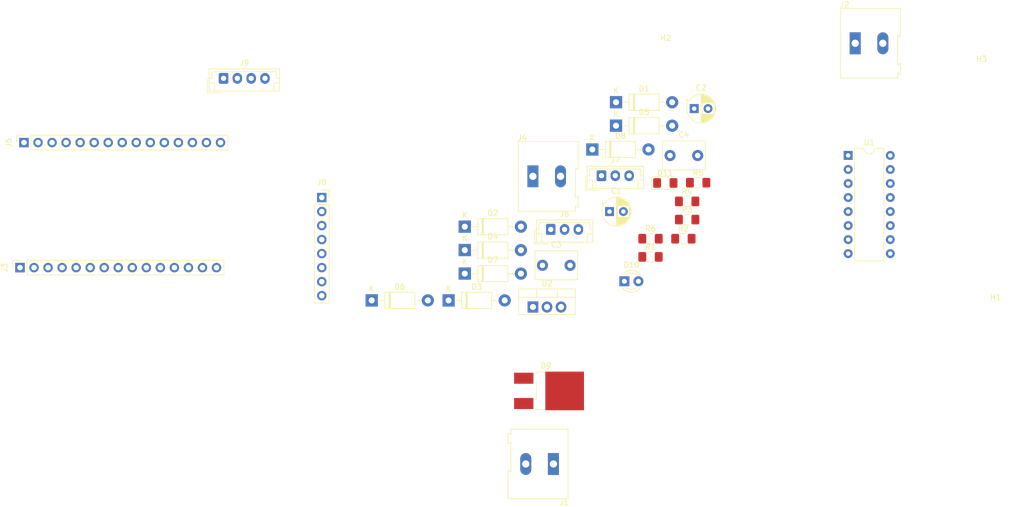
<source format=kicad_pcb>
(kicad_pcb (version 20171130) (host pcbnew "(5.1.2)-1")

  (general
    (thickness 1.6)
    (drawings 0)
    (tracks 0)
    (zones 0)
    (modules 35)
    (nets 47)
  )

  (page A4)
  (layers
    (0 F.Cu signal)
    (31 B.Cu signal)
    (32 B.Adhes user)
    (33 F.Adhes user)
    (34 B.Paste user)
    (35 F.Paste user)
    (36 B.SilkS user)
    (37 F.SilkS user)
    (38 B.Mask user)
    (39 F.Mask user)
    (40 Dwgs.User user)
    (41 Cmts.User user)
    (42 Eco1.User user)
    (43 Eco2.User user)
    (44 Edge.Cuts user)
    (45 Margin user)
    (46 B.CrtYd user)
    (47 F.CrtYd user)
    (48 B.Fab user)
    (49 F.Fab user)
  )

  (setup
    (last_trace_width 0.25)
    (trace_clearance 0.2)
    (zone_clearance 0.508)
    (zone_45_only no)
    (trace_min 0.2)
    (via_size 0.8)
    (via_drill 0.4)
    (via_min_size 0.4)
    (via_min_drill 0.3)
    (uvia_size 0.3)
    (uvia_drill 0.1)
    (uvias_allowed no)
    (uvia_min_size 0.2)
    (uvia_min_drill 0.1)
    (edge_width 0.05)
    (segment_width 0.2)
    (pcb_text_width 0.3)
    (pcb_text_size 1.5 1.5)
    (mod_edge_width 0.12)
    (mod_text_size 1 1)
    (mod_text_width 0.15)
    (pad_size 1.524 1.524)
    (pad_drill 0.762)
    (pad_to_mask_clearance 0.051)
    (solder_mask_min_width 0.25)
    (aux_axis_origin 0 0)
    (visible_elements FFFFFF7F)
    (pcbplotparams
      (layerselection 0x010fc_ffffffff)
      (usegerberextensions false)
      (usegerberattributes false)
      (usegerberadvancedattributes false)
      (creategerberjobfile false)
      (excludeedgelayer true)
      (linewidth 0.100000)
      (plotframeref false)
      (viasonmask false)
      (mode 1)
      (useauxorigin false)
      (hpglpennumber 1)
      (hpglpenspeed 20)
      (hpglpendiameter 15.000000)
      (psnegative false)
      (psa4output false)
      (plotreference true)
      (plotvalue true)
      (plotinvisibletext false)
      (padsonsilk false)
      (subtractmaskfromsilk false)
      (outputformat 1)
      (mirror false)
      (drillshape 1)
      (scaleselection 1)
      (outputdirectory ""))
  )

  (net 0 "")
  (net 1 GND)
  (net 2 "Net-(C1-Pad1)")
  (net 3 +5V)
  (net 4 +12V)
  (net 5 "Net-(D1-Pad2)")
  (net 6 "Net-(D3-Pad2)")
  (net 7 LED_STATUS)
  (net 8 "Net-(D10-Pad1)")
  (net 9 "Net-(D11-Pad1)")
  (net 10 4A)
  (net 11 2A)
  (net 12 3,4EN)
  (net 13 3A)
  (net 14 1,2EN)
  (net 15 1A)
  (net 16 "Net-(J6-Pad2)")
  (net 17 "Net-(J7-Pad2)")
  (net 18 LHALL_IN)
  (net 19 RHALL_IN)
  (net 20 EN3,4)
  (net 21 EN1,2)
  (net 22 "Net-(C3-Pad2)")
  (net 23 "Net-(D2-Pad2)")
  (net 24 "Net-(D4-Pad2)")
  (net 25 "Net-(J3-Pad11)")
  (net 26 "Net-(J3-Pad5)")
  (net 27 "Net-(J3-Pad4)")
  (net 28 "Net-(J3-Pad1)")
  (net 29 +3V3)
  (net 30 "Net-(J5-Pad13)")
  (net 31 "Net-(J5-Pad12)")
  (net 32 UT_TRIG)
  (net 33 "Net-(J5-Pad10)")
  (net 34 "Net-(J5-Pad9)")
  (net 35 "Net-(J5-Pad8)")
  (net 36 "Net-(J5-Pad7)")
  (net 37 "Net-(J5-Pad6)")
  (net 38 IMU_SDA)
  (net 39 "Net-(J5-Pad4)")
  (net 40 "Net-(J5-Pad3)")
  (net 41 IMU_SCL)
  (net 42 UT_ECHO)
  (net 43 "Net-(J8-Pad8)")
  (net 44 "Net-(J8-Pad7)")
  (net 45 "Net-(J8-Pad6)")
  (net 46 "Net-(J8-Pad5)")

  (net_class Default "This is the default net class."
    (clearance 0.2)
    (trace_width 0.25)
    (via_dia 0.8)
    (via_drill 0.4)
    (uvia_dia 0.3)
    (uvia_drill 0.1)
    (add_net +12V)
    (add_net +3V3)
    (add_net +5V)
    (add_net 1,2EN)
    (add_net 1A)
    (add_net 2A)
    (add_net 3,4EN)
    (add_net 3A)
    (add_net 4A)
    (add_net EN1,2)
    (add_net EN3,4)
    (add_net GND)
    (add_net IMU_SCL)
    (add_net IMU_SDA)
    (add_net LED_STATUS)
    (add_net LHALL_IN)
    (add_net "Net-(C1-Pad1)")
    (add_net "Net-(C3-Pad2)")
    (add_net "Net-(D1-Pad2)")
    (add_net "Net-(D10-Pad1)")
    (add_net "Net-(D11-Pad1)")
    (add_net "Net-(D2-Pad2)")
    (add_net "Net-(D3-Pad2)")
    (add_net "Net-(D4-Pad2)")
    (add_net "Net-(J3-Pad1)")
    (add_net "Net-(J3-Pad11)")
    (add_net "Net-(J3-Pad4)")
    (add_net "Net-(J3-Pad5)")
    (add_net "Net-(J5-Pad10)")
    (add_net "Net-(J5-Pad12)")
    (add_net "Net-(J5-Pad13)")
    (add_net "Net-(J5-Pad3)")
    (add_net "Net-(J5-Pad4)")
    (add_net "Net-(J5-Pad6)")
    (add_net "Net-(J5-Pad7)")
    (add_net "Net-(J5-Pad8)")
    (add_net "Net-(J5-Pad9)")
    (add_net "Net-(J6-Pad2)")
    (add_net "Net-(J7-Pad2)")
    (add_net "Net-(J8-Pad5)")
    (add_net "Net-(J8-Pad6)")
    (add_net "Net-(J8-Pad7)")
    (add_net "Net-(J8-Pad8)")
    (add_net RHALL_IN)
    (add_net UT_ECHO)
    (add_net UT_TRIG)
  )

  (module Package_TO_SOT_THT:TO-220-3_Vertical (layer F.Cu) (tedit 5AC8BA0D) (tstamp 661D875B)
    (at 128.380225 108.73)
    (descr "TO-220-3, Vertical, RM 2.54mm, see https://www.vishay.com/docs/66542/to-220-1.pdf")
    (tags "TO-220-3 Vertical RM 2.54mm")
    (path /661C7417)
    (fp_text reference U2 (at 2.54 -4.27) (layer F.SilkS)
      (effects (font (size 1 1) (thickness 0.15)))
    )
    (fp_text value L7805 (at 2.54 2.5) (layer F.Fab)
      (effects (font (size 1 1) (thickness 0.15)))
    )
    (fp_text user %R (at 2.54 -4.27) (layer F.Fab)
      (effects (font (size 1 1) (thickness 0.15)))
    )
    (fp_line (start 7.79 -3.4) (end -2.71 -3.4) (layer F.CrtYd) (width 0.05))
    (fp_line (start 7.79 1.51) (end 7.79 -3.4) (layer F.CrtYd) (width 0.05))
    (fp_line (start -2.71 1.51) (end 7.79 1.51) (layer F.CrtYd) (width 0.05))
    (fp_line (start -2.71 -3.4) (end -2.71 1.51) (layer F.CrtYd) (width 0.05))
    (fp_line (start 4.391 -3.27) (end 4.391 -1.76) (layer F.SilkS) (width 0.12))
    (fp_line (start 0.69 -3.27) (end 0.69 -1.76) (layer F.SilkS) (width 0.12))
    (fp_line (start -2.58 -1.76) (end 7.66 -1.76) (layer F.SilkS) (width 0.12))
    (fp_line (start 7.66 -3.27) (end 7.66 1.371) (layer F.SilkS) (width 0.12))
    (fp_line (start -2.58 -3.27) (end -2.58 1.371) (layer F.SilkS) (width 0.12))
    (fp_line (start -2.58 1.371) (end 7.66 1.371) (layer F.SilkS) (width 0.12))
    (fp_line (start -2.58 -3.27) (end 7.66 -3.27) (layer F.SilkS) (width 0.12))
    (fp_line (start 4.39 -3.15) (end 4.39 -1.88) (layer F.Fab) (width 0.1))
    (fp_line (start 0.69 -3.15) (end 0.69 -1.88) (layer F.Fab) (width 0.1))
    (fp_line (start -2.46 -1.88) (end 7.54 -1.88) (layer F.Fab) (width 0.1))
    (fp_line (start 7.54 -3.15) (end -2.46 -3.15) (layer F.Fab) (width 0.1))
    (fp_line (start 7.54 1.25) (end 7.54 -3.15) (layer F.Fab) (width 0.1))
    (fp_line (start -2.46 1.25) (end 7.54 1.25) (layer F.Fab) (width 0.1))
    (fp_line (start -2.46 -3.15) (end -2.46 1.25) (layer F.Fab) (width 0.1))
    (pad 3 thru_hole oval (at 5.08 0) (size 1.905 2) (drill 1.1) (layers *.Cu *.Mask)
      (net 3 +5V))
    (pad 2 thru_hole oval (at 2.54 0) (size 1.905 2) (drill 1.1) (layers *.Cu *.Mask)
      (net 1 GND))
    (pad 1 thru_hole rect (at 0 0) (size 1.905 2) (drill 1.1) (layers *.Cu *.Mask)
      (net 2 "Net-(C1-Pad1)"))
    (model ${KISYS3DMOD}/Package_TO_SOT_THT.3dshapes/TO-220-3_Vertical.wrl
      (at (xyz 0 0 0))
      (scale (xyz 1 1 1))
      (rotate (xyz 0 0 0))
    )
  )

  (module Package_DIP:DIP-16_W7.62mm (layer F.Cu) (tedit 5A02E8C5) (tstamp 661D8F7A)
    (at 185.42 81.28)
    (descr "16-lead though-hole mounted DIP package, row spacing 7.62 mm (300 mils)")
    (tags "THT DIP DIL PDIP 2.54mm 7.62mm 300mil")
    (path /661C2C64)
    (fp_text reference U1 (at 3.81 -2.33) (layer F.SilkS)
      (effects (font (size 1 1) (thickness 0.15)))
    )
    (fp_text value L293D (at 3.81 20.11) (layer F.Fab)
      (effects (font (size 1 1) (thickness 0.15)))
    )
    (fp_text user %R (at 3.81 8.89 90) (layer F.Fab)
      (effects (font (size 1 1) (thickness 0.15)))
    )
    (fp_line (start 8.7 -1.55) (end -1.1 -1.55) (layer F.CrtYd) (width 0.05))
    (fp_line (start 8.7 19.3) (end 8.7 -1.55) (layer F.CrtYd) (width 0.05))
    (fp_line (start -1.1 19.3) (end 8.7 19.3) (layer F.CrtYd) (width 0.05))
    (fp_line (start -1.1 -1.55) (end -1.1 19.3) (layer F.CrtYd) (width 0.05))
    (fp_line (start 6.46 -1.33) (end 4.81 -1.33) (layer F.SilkS) (width 0.12))
    (fp_line (start 6.46 19.11) (end 6.46 -1.33) (layer F.SilkS) (width 0.12))
    (fp_line (start 1.16 19.11) (end 6.46 19.11) (layer F.SilkS) (width 0.12))
    (fp_line (start 1.16 -1.33) (end 1.16 19.11) (layer F.SilkS) (width 0.12))
    (fp_line (start 2.81 -1.33) (end 1.16 -1.33) (layer F.SilkS) (width 0.12))
    (fp_line (start 0.635 -0.27) (end 1.635 -1.27) (layer F.Fab) (width 0.1))
    (fp_line (start 0.635 19.05) (end 0.635 -0.27) (layer F.Fab) (width 0.1))
    (fp_line (start 6.985 19.05) (end 0.635 19.05) (layer F.Fab) (width 0.1))
    (fp_line (start 6.985 -1.27) (end 6.985 19.05) (layer F.Fab) (width 0.1))
    (fp_line (start 1.635 -1.27) (end 6.985 -1.27) (layer F.Fab) (width 0.1))
    (fp_arc (start 3.81 -1.33) (end 2.81 -1.33) (angle -180) (layer F.SilkS) (width 0.12))
    (pad 16 thru_hole oval (at 7.62 0) (size 1.6 1.6) (drill 0.8) (layers *.Cu *.Mask)
      (net 3 +5V))
    (pad 8 thru_hole oval (at 0 17.78) (size 1.6 1.6) (drill 0.8) (layers *.Cu *.Mask)
      (net 22 "Net-(C3-Pad2)"))
    (pad 15 thru_hole oval (at 7.62 2.54) (size 1.6 1.6) (drill 0.8) (layers *.Cu *.Mask)
      (net 10 4A))
    (pad 7 thru_hole oval (at 0 15.24) (size 1.6 1.6) (drill 0.8) (layers *.Cu *.Mask)
      (net 11 2A))
    (pad 14 thru_hole oval (at 7.62 5.08) (size 1.6 1.6) (drill 0.8) (layers *.Cu *.Mask)
      (net 24 "Net-(D4-Pad2)"))
    (pad 6 thru_hole oval (at 0 12.7) (size 1.6 1.6) (drill 0.8) (layers *.Cu *.Mask)
      (net 23 "Net-(D2-Pad2)"))
    (pad 13 thru_hole oval (at 7.62 7.62) (size 1.6 1.6) (drill 0.8) (layers *.Cu *.Mask)
      (net 1 GND))
    (pad 5 thru_hole oval (at 0 10.16) (size 1.6 1.6) (drill 0.8) (layers *.Cu *.Mask)
      (net 1 GND))
    (pad 12 thru_hole oval (at 7.62 10.16) (size 1.6 1.6) (drill 0.8) (layers *.Cu *.Mask)
      (net 1 GND))
    (pad 4 thru_hole oval (at 0 7.62) (size 1.6 1.6) (drill 0.8) (layers *.Cu *.Mask)
      (net 1 GND))
    (pad 11 thru_hole oval (at 7.62 12.7) (size 1.6 1.6) (drill 0.8) (layers *.Cu *.Mask)
      (net 6 "Net-(D3-Pad2)"))
    (pad 3 thru_hole oval (at 0 5.08) (size 1.6 1.6) (drill 0.8) (layers *.Cu *.Mask)
      (net 5 "Net-(D1-Pad2)"))
    (pad 10 thru_hole oval (at 7.62 15.24) (size 1.6 1.6) (drill 0.8) (layers *.Cu *.Mask)
      (net 13 3A))
    (pad 2 thru_hole oval (at 0 2.54) (size 1.6 1.6) (drill 0.8) (layers *.Cu *.Mask)
      (net 15 1A))
    (pad 9 thru_hole oval (at 7.62 17.78) (size 1.6 1.6) (drill 0.8) (layers *.Cu *.Mask)
      (net 20 EN3,4))
    (pad 1 thru_hole rect (at 0 0) (size 1.6 1.6) (drill 0.8) (layers *.Cu *.Mask)
      (net 21 EN1,2))
    (model ${KISYS3DMOD}/Package_DIP.3dshapes/DIP-16_W7.62mm.wrl
      (at (xyz 0 0 0))
      (scale (xyz 1 1 1))
      (rotate (xyz 0 0 0))
    )
  )

  (module Resistor_SMD:R_1206_3216Metric_Pad1.42x1.75mm_HandSolder (layer F.Cu) (tedit 5B301BBD) (tstamp 661D871D)
    (at 149.650225 96.36)
    (descr "Resistor SMD 1206 (3216 Metric), square (rectangular) end terminal, IPC_7351 nominal with elongated pad for handsoldering. (Body size source: http://www.tortai-tech.com/upload/download/2011102023233369053.pdf), generated with kicad-footprint-generator")
    (tags "resistor handsolder")
    (path /66246416)
    (attr smd)
    (fp_text reference R6 (at 0 -1.82) (layer F.SilkS)
      (effects (font (size 1 1) (thickness 0.15)))
    )
    (fp_text value R (at 0 1.82) (layer F.Fab)
      (effects (font (size 1 1) (thickness 0.15)))
    )
    (fp_text user %R (at 0 0) (layer F.Fab)
      (effects (font (size 0.8 0.8) (thickness 0.12)))
    )
    (fp_line (start 2.45 1.12) (end -2.45 1.12) (layer F.CrtYd) (width 0.05))
    (fp_line (start 2.45 -1.12) (end 2.45 1.12) (layer F.CrtYd) (width 0.05))
    (fp_line (start -2.45 -1.12) (end 2.45 -1.12) (layer F.CrtYd) (width 0.05))
    (fp_line (start -2.45 1.12) (end -2.45 -1.12) (layer F.CrtYd) (width 0.05))
    (fp_line (start -0.602064 0.91) (end 0.602064 0.91) (layer F.SilkS) (width 0.12))
    (fp_line (start -0.602064 -0.91) (end 0.602064 -0.91) (layer F.SilkS) (width 0.12))
    (fp_line (start 1.6 0.8) (end -1.6 0.8) (layer F.Fab) (width 0.1))
    (fp_line (start 1.6 -0.8) (end 1.6 0.8) (layer F.Fab) (width 0.1))
    (fp_line (start -1.6 -0.8) (end 1.6 -0.8) (layer F.Fab) (width 0.1))
    (fp_line (start -1.6 0.8) (end -1.6 -0.8) (layer F.Fab) (width 0.1))
    (pad 2 smd roundrect (at 1.4875 0) (size 1.425 1.75) (layers F.Cu F.Paste F.Mask) (roundrect_rratio 0.175439)
      (net 1 GND))
    (pad 1 smd roundrect (at -1.4875 0) (size 1.425 1.75) (layers F.Cu F.Paste F.Mask) (roundrect_rratio 0.175439)
      (net 17 "Net-(J7-Pad2)"))
    (model ${KISYS3DMOD}/Resistor_SMD.3dshapes/R_1206_3216Metric.wrl
      (at (xyz 0 0 0))
      (scale (xyz 1 1 1))
      (rotate (xyz 0 0 0))
    )
  )

  (module Resistor_SMD:R_1206_3216Metric_Pad1.42x1.75mm_HandSolder (layer F.Cu) (tedit 5B301BBD) (tstamp 661D870C)
    (at 158.270225 86.21)
    (descr "Resistor SMD 1206 (3216 Metric), square (rectangular) end terminal, IPC_7351 nominal with elongated pad for handsoldering. (Body size source: http://www.tortai-tech.com/upload/download/2011102023233369053.pdf), generated with kicad-footprint-generator")
    (tags "resistor handsolder")
    (path /6624641C)
    (attr smd)
    (fp_text reference R5 (at 0 -1.82) (layer F.SilkS)
      (effects (font (size 1 1) (thickness 0.15)))
    )
    (fp_text value R (at 0 1.82) (layer F.Fab)
      (effects (font (size 1 1) (thickness 0.15)))
    )
    (fp_text user %R (at 0 0) (layer F.Fab)
      (effects (font (size 0.8 0.8) (thickness 0.12)))
    )
    (fp_line (start 2.45 1.12) (end -2.45 1.12) (layer F.CrtYd) (width 0.05))
    (fp_line (start 2.45 -1.12) (end 2.45 1.12) (layer F.CrtYd) (width 0.05))
    (fp_line (start -2.45 -1.12) (end 2.45 -1.12) (layer F.CrtYd) (width 0.05))
    (fp_line (start -2.45 1.12) (end -2.45 -1.12) (layer F.CrtYd) (width 0.05))
    (fp_line (start -0.602064 0.91) (end 0.602064 0.91) (layer F.SilkS) (width 0.12))
    (fp_line (start -0.602064 -0.91) (end 0.602064 -0.91) (layer F.SilkS) (width 0.12))
    (fp_line (start 1.6 0.8) (end -1.6 0.8) (layer F.Fab) (width 0.1))
    (fp_line (start 1.6 -0.8) (end 1.6 0.8) (layer F.Fab) (width 0.1))
    (fp_line (start -1.6 -0.8) (end 1.6 -0.8) (layer F.Fab) (width 0.1))
    (fp_line (start -1.6 0.8) (end -1.6 -0.8) (layer F.Fab) (width 0.1))
    (pad 2 smd roundrect (at 1.4875 0) (size 1.425 1.75) (layers F.Cu F.Paste F.Mask) (roundrect_rratio 0.175439)
      (net 17 "Net-(J7-Pad2)"))
    (pad 1 smd roundrect (at -1.4875 0) (size 1.425 1.75) (layers F.Cu F.Paste F.Mask) (roundrect_rratio 0.175439)
      (net 19 RHALL_IN))
    (model ${KISYS3DMOD}/Resistor_SMD.3dshapes/R_1206_3216Metric.wrl
      (at (xyz 0 0 0))
      (scale (xyz 1 1 1))
      (rotate (xyz 0 0 0))
    )
  )

  (module Resistor_SMD:R_1206_3216Metric_Pad1.42x1.75mm_HandSolder (layer F.Cu) (tedit 5B301BBD) (tstamp 661D86FB)
    (at 156.280225 89.6)
    (descr "Resistor SMD 1206 (3216 Metric), square (rectangular) end terminal, IPC_7351 nominal with elongated pad for handsoldering. (Body size source: http://www.tortai-tech.com/upload/download/2011102023233369053.pdf), generated with kicad-footprint-generator")
    (tags "resistor handsolder")
    (path /66213AC9)
    (attr smd)
    (fp_text reference R4 (at 0 -1.82) (layer F.SilkS)
      (effects (font (size 1 1) (thickness 0.15)))
    )
    (fp_text value R (at 0 1.82) (layer F.Fab)
      (effects (font (size 1 1) (thickness 0.15)))
    )
    (fp_text user %R (at 0 0) (layer F.Fab)
      (effects (font (size 0.8 0.8) (thickness 0.12)))
    )
    (fp_line (start 2.45 1.12) (end -2.45 1.12) (layer F.CrtYd) (width 0.05))
    (fp_line (start 2.45 -1.12) (end 2.45 1.12) (layer F.CrtYd) (width 0.05))
    (fp_line (start -2.45 -1.12) (end 2.45 -1.12) (layer F.CrtYd) (width 0.05))
    (fp_line (start -2.45 1.12) (end -2.45 -1.12) (layer F.CrtYd) (width 0.05))
    (fp_line (start -0.602064 0.91) (end 0.602064 0.91) (layer F.SilkS) (width 0.12))
    (fp_line (start -0.602064 -0.91) (end 0.602064 -0.91) (layer F.SilkS) (width 0.12))
    (fp_line (start 1.6 0.8) (end -1.6 0.8) (layer F.Fab) (width 0.1))
    (fp_line (start 1.6 -0.8) (end 1.6 0.8) (layer F.Fab) (width 0.1))
    (fp_line (start -1.6 -0.8) (end 1.6 -0.8) (layer F.Fab) (width 0.1))
    (fp_line (start -1.6 0.8) (end -1.6 -0.8) (layer F.Fab) (width 0.1))
    (pad 2 smd roundrect (at 1.4875 0) (size 1.425 1.75) (layers F.Cu F.Paste F.Mask) (roundrect_rratio 0.175439)
      (net 1 GND))
    (pad 1 smd roundrect (at -1.4875 0) (size 1.425 1.75) (layers F.Cu F.Paste F.Mask) (roundrect_rratio 0.175439)
      (net 9 "Net-(D11-Pad1)"))
    (model ${KISYS3DMOD}/Resistor_SMD.3dshapes/R_1206_3216Metric.wrl
      (at (xyz 0 0 0))
      (scale (xyz 1 1 1))
      (rotate (xyz 0 0 0))
    )
  )

  (module Resistor_SMD:R_1206_3216Metric_Pad1.42x1.75mm_HandSolder (layer F.Cu) (tedit 5B301BBD) (tstamp 661D86EA)
    (at 156.280225 92.89)
    (descr "Resistor SMD 1206 (3216 Metric), square (rectangular) end terminal, IPC_7351 nominal with elongated pad for handsoldering. (Body size source: http://www.tortai-tech.com/upload/download/2011102023233369053.pdf), generated with kicad-footprint-generator")
    (tags "resistor handsolder")
    (path /661D1761)
    (attr smd)
    (fp_text reference R3 (at 0 -1.82) (layer F.SilkS)
      (effects (font (size 1 1) (thickness 0.15)))
    )
    (fp_text value R (at 0 1.82) (layer F.Fab)
      (effects (font (size 1 1) (thickness 0.15)))
    )
    (fp_text user %R (at 0 0) (layer F.Fab)
      (effects (font (size 0.8 0.8) (thickness 0.12)))
    )
    (fp_line (start 2.45 1.12) (end -2.45 1.12) (layer F.CrtYd) (width 0.05))
    (fp_line (start 2.45 -1.12) (end 2.45 1.12) (layer F.CrtYd) (width 0.05))
    (fp_line (start -2.45 -1.12) (end 2.45 -1.12) (layer F.CrtYd) (width 0.05))
    (fp_line (start -2.45 1.12) (end -2.45 -1.12) (layer F.CrtYd) (width 0.05))
    (fp_line (start -0.602064 0.91) (end 0.602064 0.91) (layer F.SilkS) (width 0.12))
    (fp_line (start -0.602064 -0.91) (end 0.602064 -0.91) (layer F.SilkS) (width 0.12))
    (fp_line (start 1.6 0.8) (end -1.6 0.8) (layer F.Fab) (width 0.1))
    (fp_line (start 1.6 -0.8) (end 1.6 0.8) (layer F.Fab) (width 0.1))
    (fp_line (start -1.6 -0.8) (end 1.6 -0.8) (layer F.Fab) (width 0.1))
    (fp_line (start -1.6 0.8) (end -1.6 -0.8) (layer F.Fab) (width 0.1))
    (pad 2 smd roundrect (at 1.4875 0) (size 1.425 1.75) (layers F.Cu F.Paste F.Mask) (roundrect_rratio 0.175439)
      (net 8 "Net-(D10-Pad1)"))
    (pad 1 smd roundrect (at -1.4875 0) (size 1.425 1.75) (layers F.Cu F.Paste F.Mask) (roundrect_rratio 0.175439)
      (net 1 GND))
    (model ${KISYS3DMOD}/Resistor_SMD.3dshapes/R_1206_3216Metric.wrl
      (at (xyz 0 0 0))
      (scale (xyz 1 1 1))
      (rotate (xyz 0 0 0))
    )
  )

  (module Resistor_SMD:R_1206_3216Metric_Pad1.42x1.75mm_HandSolder (layer F.Cu) (tedit 5B301BBD) (tstamp 661D86D9)
    (at 155.600225 96.36)
    (descr "Resistor SMD 1206 (3216 Metric), square (rectangular) end terminal, IPC_7351 nominal with elongated pad for handsoldering. (Body size source: http://www.tortai-tech.com/upload/download/2011102023233369053.pdf), generated with kicad-footprint-generator")
    (tags "resistor handsolder")
    (path /661DF878)
    (attr smd)
    (fp_text reference R2 (at 0 -1.82) (layer F.SilkS)
      (effects (font (size 1 1) (thickness 0.15)))
    )
    (fp_text value R (at 0 1.82) (layer F.Fab)
      (effects (font (size 1 1) (thickness 0.15)))
    )
    (fp_text user %R (at 0 0) (layer F.Fab)
      (effects (font (size 0.8 0.8) (thickness 0.12)))
    )
    (fp_line (start 2.45 1.12) (end -2.45 1.12) (layer F.CrtYd) (width 0.05))
    (fp_line (start 2.45 -1.12) (end 2.45 1.12) (layer F.CrtYd) (width 0.05))
    (fp_line (start -2.45 -1.12) (end 2.45 -1.12) (layer F.CrtYd) (width 0.05))
    (fp_line (start -2.45 1.12) (end -2.45 -1.12) (layer F.CrtYd) (width 0.05))
    (fp_line (start -0.602064 0.91) (end 0.602064 0.91) (layer F.SilkS) (width 0.12))
    (fp_line (start -0.602064 -0.91) (end 0.602064 -0.91) (layer F.SilkS) (width 0.12))
    (fp_line (start 1.6 0.8) (end -1.6 0.8) (layer F.Fab) (width 0.1))
    (fp_line (start 1.6 -0.8) (end 1.6 0.8) (layer F.Fab) (width 0.1))
    (fp_line (start -1.6 -0.8) (end 1.6 -0.8) (layer F.Fab) (width 0.1))
    (fp_line (start -1.6 0.8) (end -1.6 -0.8) (layer F.Fab) (width 0.1))
    (pad 2 smd roundrect (at 1.4875 0) (size 1.425 1.75) (layers F.Cu F.Paste F.Mask) (roundrect_rratio 0.175439)
      (net 16 "Net-(J6-Pad2)"))
    (pad 1 smd roundrect (at -1.4875 0) (size 1.425 1.75) (layers F.Cu F.Paste F.Mask) (roundrect_rratio 0.175439)
      (net 18 LHALL_IN))
    (model ${KISYS3DMOD}/Resistor_SMD.3dshapes/R_1206_3216Metric.wrl
      (at (xyz 0 0 0))
      (scale (xyz 1 1 1))
      (rotate (xyz 0 0 0))
    )
  )

  (module Resistor_SMD:R_1206_3216Metric_Pad1.42x1.75mm_HandSolder (layer F.Cu) (tedit 5B301BBD) (tstamp 661D86C8)
    (at 149.650225 99.65)
    (descr "Resistor SMD 1206 (3216 Metric), square (rectangular) end terminal, IPC_7351 nominal with elongated pad for handsoldering. (Body size source: http://www.tortai-tech.com/upload/download/2011102023233369053.pdf), generated with kicad-footprint-generator")
    (tags "resistor handsolder")
    (path /661DF12F)
    (attr smd)
    (fp_text reference R1 (at 0 -1.82) (layer F.SilkS)
      (effects (font (size 1 1) (thickness 0.15)))
    )
    (fp_text value R (at 0 1.82) (layer F.Fab)
      (effects (font (size 1 1) (thickness 0.15)))
    )
    (fp_text user %R (at 0 0) (layer F.Fab)
      (effects (font (size 0.8 0.8) (thickness 0.12)))
    )
    (fp_line (start 2.45 1.12) (end -2.45 1.12) (layer F.CrtYd) (width 0.05))
    (fp_line (start 2.45 -1.12) (end 2.45 1.12) (layer F.CrtYd) (width 0.05))
    (fp_line (start -2.45 -1.12) (end 2.45 -1.12) (layer F.CrtYd) (width 0.05))
    (fp_line (start -2.45 1.12) (end -2.45 -1.12) (layer F.CrtYd) (width 0.05))
    (fp_line (start -0.602064 0.91) (end 0.602064 0.91) (layer F.SilkS) (width 0.12))
    (fp_line (start -0.602064 -0.91) (end 0.602064 -0.91) (layer F.SilkS) (width 0.12))
    (fp_line (start 1.6 0.8) (end -1.6 0.8) (layer F.Fab) (width 0.1))
    (fp_line (start 1.6 -0.8) (end 1.6 0.8) (layer F.Fab) (width 0.1))
    (fp_line (start -1.6 -0.8) (end 1.6 -0.8) (layer F.Fab) (width 0.1))
    (fp_line (start -1.6 0.8) (end -1.6 -0.8) (layer F.Fab) (width 0.1))
    (pad 2 smd roundrect (at 1.4875 0) (size 1.425 1.75) (layers F.Cu F.Paste F.Mask) (roundrect_rratio 0.175439)
      (net 1 GND))
    (pad 1 smd roundrect (at -1.4875 0) (size 1.425 1.75) (layers F.Cu F.Paste F.Mask) (roundrect_rratio 0.175439)
      (net 16 "Net-(J6-Pad2)"))
    (model ${KISYS3DMOD}/Resistor_SMD.3dshapes/R_1206_3216Metric.wrl
      (at (xyz 0 0 0))
      (scale (xyz 1 1 1))
      (rotate (xyz 0 0 0))
    )
  )

  (module Connector_JST:JST_EH_B4B-EH-A_1x04_P2.50mm_Vertical (layer F.Cu) (tedit 5C28142C) (tstamp 661D86B7)
    (at 72.39 67.31)
    (descr "JST EH series connector, B4B-EH-A (http://www.jst-mfg.com/product/pdf/eng/eEH.pdf), generated with kicad-footprint-generator")
    (tags "connector JST EH vertical")
    (path /6699FE23)
    (fp_text reference J9 (at 3.75 -2.8) (layer F.SilkS)
      (effects (font (size 1 1) (thickness 0.15)))
    )
    (fp_text value UT (at 3.75 3.4) (layer F.Fab)
      (effects (font (size 1 1) (thickness 0.15)))
    )
    (fp_text user %R (at 3.75 1.5) (layer F.Fab)
      (effects (font (size 1 1) (thickness 0.15)))
    )
    (fp_line (start -2.91 2.61) (end -0.41 2.61) (layer F.Fab) (width 0.1))
    (fp_line (start -2.91 0.11) (end -2.91 2.61) (layer F.Fab) (width 0.1))
    (fp_line (start -2.91 2.61) (end -0.41 2.61) (layer F.SilkS) (width 0.12))
    (fp_line (start -2.91 0.11) (end -2.91 2.61) (layer F.SilkS) (width 0.12))
    (fp_line (start 9.11 0.81) (end 9.11 2.31) (layer F.SilkS) (width 0.12))
    (fp_line (start 10.11 0.81) (end 9.11 0.81) (layer F.SilkS) (width 0.12))
    (fp_line (start -1.61 0.81) (end -1.61 2.31) (layer F.SilkS) (width 0.12))
    (fp_line (start -2.61 0.81) (end -1.61 0.81) (layer F.SilkS) (width 0.12))
    (fp_line (start 9.61 0) (end 10.11 0) (layer F.SilkS) (width 0.12))
    (fp_line (start 9.61 -1.21) (end 9.61 0) (layer F.SilkS) (width 0.12))
    (fp_line (start -2.11 -1.21) (end 9.61 -1.21) (layer F.SilkS) (width 0.12))
    (fp_line (start -2.11 0) (end -2.11 -1.21) (layer F.SilkS) (width 0.12))
    (fp_line (start -2.61 0) (end -2.11 0) (layer F.SilkS) (width 0.12))
    (fp_line (start 10.11 -1.71) (end -2.61 -1.71) (layer F.SilkS) (width 0.12))
    (fp_line (start 10.11 2.31) (end 10.11 -1.71) (layer F.SilkS) (width 0.12))
    (fp_line (start -2.61 2.31) (end 10.11 2.31) (layer F.SilkS) (width 0.12))
    (fp_line (start -2.61 -1.71) (end -2.61 2.31) (layer F.SilkS) (width 0.12))
    (fp_line (start 10.5 -2.1) (end -3 -2.1) (layer F.CrtYd) (width 0.05))
    (fp_line (start 10.5 2.7) (end 10.5 -2.1) (layer F.CrtYd) (width 0.05))
    (fp_line (start -3 2.7) (end 10.5 2.7) (layer F.CrtYd) (width 0.05))
    (fp_line (start -3 -2.1) (end -3 2.7) (layer F.CrtYd) (width 0.05))
    (fp_line (start 10 -1.6) (end -2.5 -1.6) (layer F.Fab) (width 0.1))
    (fp_line (start 10 2.2) (end 10 -1.6) (layer F.Fab) (width 0.1))
    (fp_line (start -2.5 2.2) (end 10 2.2) (layer F.Fab) (width 0.1))
    (fp_line (start -2.5 -1.6) (end -2.5 2.2) (layer F.Fab) (width 0.1))
    (pad 4 thru_hole oval (at 7.5 0) (size 1.7 1.95) (drill 0.95) (layers *.Cu *.Mask)
      (net 1 GND))
    (pad 3 thru_hole oval (at 5 0) (size 1.7 1.95) (drill 0.95) (layers *.Cu *.Mask)
      (net 42 UT_ECHO))
    (pad 2 thru_hole oval (at 2.5 0) (size 1.7 1.95) (drill 0.95) (layers *.Cu *.Mask)
      (net 32 UT_TRIG))
    (pad 1 thru_hole roundrect (at 0 0) (size 1.7 1.95) (drill 0.95) (layers *.Cu *.Mask) (roundrect_rratio 0.147059)
      (net 3 +5V))
    (model ${KISYS3DMOD}/Connector_JST.3dshapes/JST_EH_B4B-EH-A_1x04_P2.50mm_Vertical.wrl
      (at (xyz 0 0 0))
      (scale (xyz 1 1 1))
      (rotate (xyz 0 0 0))
    )
  )

  (module Connector_PinSocket_2.54mm:PinSocket_1x08_P2.54mm_Vertical (layer F.Cu) (tedit 5A19A420) (tstamp 661D8695)
    (at 90.17 88.9)
    (descr "Through hole straight socket strip, 1x08, 2.54mm pitch, single row (from Kicad 4.0.7), script generated")
    (tags "Through hole socket strip THT 1x08 2.54mm single row")
    (path /66B062F4)
    (fp_text reference J8 (at 0 -2.77) (layer F.SilkS)
      (effects (font (size 1 1) (thickness 0.15)))
    )
    (fp_text value IMU (at 0 20.55) (layer F.Fab)
      (effects (font (size 1 1) (thickness 0.15)))
    )
    (fp_text user %R (at 0 8.89 90) (layer F.Fab)
      (effects (font (size 1 1) (thickness 0.15)))
    )
    (fp_line (start -1.8 19.55) (end -1.8 -1.8) (layer F.CrtYd) (width 0.05))
    (fp_line (start 1.75 19.55) (end -1.8 19.55) (layer F.CrtYd) (width 0.05))
    (fp_line (start 1.75 -1.8) (end 1.75 19.55) (layer F.CrtYd) (width 0.05))
    (fp_line (start -1.8 -1.8) (end 1.75 -1.8) (layer F.CrtYd) (width 0.05))
    (fp_line (start 0 -1.33) (end 1.33 -1.33) (layer F.SilkS) (width 0.12))
    (fp_line (start 1.33 -1.33) (end 1.33 0) (layer F.SilkS) (width 0.12))
    (fp_line (start 1.33 1.27) (end 1.33 19.11) (layer F.SilkS) (width 0.12))
    (fp_line (start -1.33 19.11) (end 1.33 19.11) (layer F.SilkS) (width 0.12))
    (fp_line (start -1.33 1.27) (end -1.33 19.11) (layer F.SilkS) (width 0.12))
    (fp_line (start -1.33 1.27) (end 1.33 1.27) (layer F.SilkS) (width 0.12))
    (fp_line (start -1.27 19.05) (end -1.27 -1.27) (layer F.Fab) (width 0.1))
    (fp_line (start 1.27 19.05) (end -1.27 19.05) (layer F.Fab) (width 0.1))
    (fp_line (start 1.27 -0.635) (end 1.27 19.05) (layer F.Fab) (width 0.1))
    (fp_line (start 0.635 -1.27) (end 1.27 -0.635) (layer F.Fab) (width 0.1))
    (fp_line (start -1.27 -1.27) (end 0.635 -1.27) (layer F.Fab) (width 0.1))
    (pad 8 thru_hole oval (at 0 17.78) (size 1.7 1.7) (drill 1) (layers *.Cu *.Mask)
      (net 43 "Net-(J8-Pad8)"))
    (pad 7 thru_hole oval (at 0 15.24) (size 1.7 1.7) (drill 1) (layers *.Cu *.Mask)
      (net 44 "Net-(J8-Pad7)"))
    (pad 6 thru_hole oval (at 0 12.7) (size 1.7 1.7) (drill 1) (layers *.Cu *.Mask)
      (net 45 "Net-(J8-Pad6)"))
    (pad 5 thru_hole oval (at 0 10.16) (size 1.7 1.7) (drill 1) (layers *.Cu *.Mask)
      (net 46 "Net-(J8-Pad5)"))
    (pad 4 thru_hole oval (at 0 7.62) (size 1.7 1.7) (drill 1) (layers *.Cu *.Mask)
      (net 38 IMU_SDA))
    (pad 3 thru_hole oval (at 0 5.08) (size 1.7 1.7) (drill 1) (layers *.Cu *.Mask)
      (net 41 IMU_SCL))
    (pad 2 thru_hole oval (at 0 2.54) (size 1.7 1.7) (drill 1) (layers *.Cu *.Mask)
      (net 1 GND))
    (pad 1 thru_hole rect (at 0 0) (size 1.7 1.7) (drill 1) (layers *.Cu *.Mask)
      (net 3 +5V))
    (model ${KISYS3DMOD}/Connector_PinSocket_2.54mm.3dshapes/PinSocket_1x08_P2.54mm_Vertical.wrl
      (at (xyz 0 0 0))
      (scale (xyz 1 1 1))
      (rotate (xyz 0 0 0))
    )
  )

  (module Connector_JST:JST_EH_B3B-EH-A_1x03_P2.50mm_Vertical (layer F.Cu) (tedit 5C28142C) (tstamp 661D8679)
    (at 140.780225 84.94)
    (descr "JST EH series connector, B3B-EH-A (http://www.jst-mfg.com/product/pdf/eng/eEH.pdf), generated with kicad-footprint-generator")
    (tags "connector JST EH vertical")
    (path /66246438)
    (fp_text reference J7 (at 2.5 -2.8) (layer F.SilkS)
      (effects (font (size 1 1) (thickness 0.15)))
    )
    (fp_text value RHALL (at 2.5 3.4) (layer F.Fab)
      (effects (font (size 1 1) (thickness 0.15)))
    )
    (fp_text user %R (at 2.5 1.5) (layer F.Fab)
      (effects (font (size 1 1) (thickness 0.15)))
    )
    (fp_line (start -2.91 2.61) (end -0.41 2.61) (layer F.Fab) (width 0.1))
    (fp_line (start -2.91 0.11) (end -2.91 2.61) (layer F.Fab) (width 0.1))
    (fp_line (start -2.91 2.61) (end -0.41 2.61) (layer F.SilkS) (width 0.12))
    (fp_line (start -2.91 0.11) (end -2.91 2.61) (layer F.SilkS) (width 0.12))
    (fp_line (start 6.61 0.81) (end 6.61 2.31) (layer F.SilkS) (width 0.12))
    (fp_line (start 7.61 0.81) (end 6.61 0.81) (layer F.SilkS) (width 0.12))
    (fp_line (start -1.61 0.81) (end -1.61 2.31) (layer F.SilkS) (width 0.12))
    (fp_line (start -2.61 0.81) (end -1.61 0.81) (layer F.SilkS) (width 0.12))
    (fp_line (start 7.11 0) (end 7.61 0) (layer F.SilkS) (width 0.12))
    (fp_line (start 7.11 -1.21) (end 7.11 0) (layer F.SilkS) (width 0.12))
    (fp_line (start -2.11 -1.21) (end 7.11 -1.21) (layer F.SilkS) (width 0.12))
    (fp_line (start -2.11 0) (end -2.11 -1.21) (layer F.SilkS) (width 0.12))
    (fp_line (start -2.61 0) (end -2.11 0) (layer F.SilkS) (width 0.12))
    (fp_line (start 7.61 -1.71) (end -2.61 -1.71) (layer F.SilkS) (width 0.12))
    (fp_line (start 7.61 2.31) (end 7.61 -1.71) (layer F.SilkS) (width 0.12))
    (fp_line (start -2.61 2.31) (end 7.61 2.31) (layer F.SilkS) (width 0.12))
    (fp_line (start -2.61 -1.71) (end -2.61 2.31) (layer F.SilkS) (width 0.12))
    (fp_line (start 8 -2.1) (end -3 -2.1) (layer F.CrtYd) (width 0.05))
    (fp_line (start 8 2.7) (end 8 -2.1) (layer F.CrtYd) (width 0.05))
    (fp_line (start -3 2.7) (end 8 2.7) (layer F.CrtYd) (width 0.05))
    (fp_line (start -3 -2.1) (end -3 2.7) (layer F.CrtYd) (width 0.05))
    (fp_line (start 7.5 -1.6) (end -2.5 -1.6) (layer F.Fab) (width 0.1))
    (fp_line (start 7.5 2.2) (end 7.5 -1.6) (layer F.Fab) (width 0.1))
    (fp_line (start -2.5 2.2) (end 7.5 2.2) (layer F.Fab) (width 0.1))
    (fp_line (start -2.5 -1.6) (end -2.5 2.2) (layer F.Fab) (width 0.1))
    (pad 3 thru_hole oval (at 5 0) (size 1.7 1.95) (drill 0.95) (layers *.Cu *.Mask)
      (net 1 GND))
    (pad 2 thru_hole oval (at 2.5 0) (size 1.7 1.95) (drill 0.95) (layers *.Cu *.Mask)
      (net 17 "Net-(J7-Pad2)"))
    (pad 1 thru_hole roundrect (at 0 0) (size 1.7 1.95) (drill 0.95) (layers *.Cu *.Mask) (roundrect_rratio 0.147059)
      (net 3 +5V))
    (model ${KISYS3DMOD}/Connector_JST.3dshapes/JST_EH_B3B-EH-A_1x03_P2.50mm_Vertical.wrl
      (at (xyz 0 0 0))
      (scale (xyz 1 1 1))
      (rotate (xyz 0 0 0))
    )
  )

  (module Connector_JST:JST_EH_B3B-EH-A_1x03_P2.50mm_Vertical (layer F.Cu) (tedit 5C28142C) (tstamp 661D8658)
    (at 131.600225 94.68)
    (descr "JST EH series connector, B3B-EH-A (http://www.jst-mfg.com/product/pdf/eng/eEH.pdf), generated with kicad-footprint-generator")
    (tags "connector JST EH vertical")
    (path /6622413A)
    (fp_text reference J6 (at 2.5 -2.8) (layer F.SilkS)
      (effects (font (size 1 1) (thickness 0.15)))
    )
    (fp_text value LHALL (at 2.5 3.4) (layer F.Fab)
      (effects (font (size 1 1) (thickness 0.15)))
    )
    (fp_text user %R (at 2.5 1.5) (layer F.Fab)
      (effects (font (size 1 1) (thickness 0.15)))
    )
    (fp_line (start -2.91 2.61) (end -0.41 2.61) (layer F.Fab) (width 0.1))
    (fp_line (start -2.91 0.11) (end -2.91 2.61) (layer F.Fab) (width 0.1))
    (fp_line (start -2.91 2.61) (end -0.41 2.61) (layer F.SilkS) (width 0.12))
    (fp_line (start -2.91 0.11) (end -2.91 2.61) (layer F.SilkS) (width 0.12))
    (fp_line (start 6.61 0.81) (end 6.61 2.31) (layer F.SilkS) (width 0.12))
    (fp_line (start 7.61 0.81) (end 6.61 0.81) (layer F.SilkS) (width 0.12))
    (fp_line (start -1.61 0.81) (end -1.61 2.31) (layer F.SilkS) (width 0.12))
    (fp_line (start -2.61 0.81) (end -1.61 0.81) (layer F.SilkS) (width 0.12))
    (fp_line (start 7.11 0) (end 7.61 0) (layer F.SilkS) (width 0.12))
    (fp_line (start 7.11 -1.21) (end 7.11 0) (layer F.SilkS) (width 0.12))
    (fp_line (start -2.11 -1.21) (end 7.11 -1.21) (layer F.SilkS) (width 0.12))
    (fp_line (start -2.11 0) (end -2.11 -1.21) (layer F.SilkS) (width 0.12))
    (fp_line (start -2.61 0) (end -2.11 0) (layer F.SilkS) (width 0.12))
    (fp_line (start 7.61 -1.71) (end -2.61 -1.71) (layer F.SilkS) (width 0.12))
    (fp_line (start 7.61 2.31) (end 7.61 -1.71) (layer F.SilkS) (width 0.12))
    (fp_line (start -2.61 2.31) (end 7.61 2.31) (layer F.SilkS) (width 0.12))
    (fp_line (start -2.61 -1.71) (end -2.61 2.31) (layer F.SilkS) (width 0.12))
    (fp_line (start 8 -2.1) (end -3 -2.1) (layer F.CrtYd) (width 0.05))
    (fp_line (start 8 2.7) (end 8 -2.1) (layer F.CrtYd) (width 0.05))
    (fp_line (start -3 2.7) (end 8 2.7) (layer F.CrtYd) (width 0.05))
    (fp_line (start -3 -2.1) (end -3 2.7) (layer F.CrtYd) (width 0.05))
    (fp_line (start 7.5 -1.6) (end -2.5 -1.6) (layer F.Fab) (width 0.1))
    (fp_line (start 7.5 2.2) (end 7.5 -1.6) (layer F.Fab) (width 0.1))
    (fp_line (start -2.5 2.2) (end 7.5 2.2) (layer F.Fab) (width 0.1))
    (fp_line (start -2.5 -1.6) (end -2.5 2.2) (layer F.Fab) (width 0.1))
    (pad 3 thru_hole oval (at 5 0) (size 1.7 1.95) (drill 0.95) (layers *.Cu *.Mask)
      (net 1 GND))
    (pad 2 thru_hole oval (at 2.5 0) (size 1.7 1.95) (drill 0.95) (layers *.Cu *.Mask)
      (net 16 "Net-(J6-Pad2)"))
    (pad 1 thru_hole roundrect (at 0 0) (size 1.7 1.95) (drill 0.95) (layers *.Cu *.Mask) (roundrect_rratio 0.147059)
      (net 3 +5V))
    (model ${KISYS3DMOD}/Connector_JST.3dshapes/JST_EH_B3B-EH-A_1x03_P2.50mm_Vertical.wrl
      (at (xyz 0 0 0))
      (scale (xyz 1 1 1))
      (rotate (xyz 0 0 0))
    )
  )

  (module Connector_PinSocket_2.54mm:PinSocket_1x15_P2.54mm_Vertical (layer F.Cu) (tedit 5A19A41D) (tstamp 661D8637)
    (at 36.28 78.939775 90)
    (descr "Through hole straight socket strip, 1x15, 2.54mm pitch, single row (from Kicad 4.0.7), script generated")
    (tags "Through hole socket strip THT 1x15 2.54mm single row")
    (path /668ED08B)
    (fp_text reference J5 (at 0 -2.77 90) (layer F.SilkS)
      (effects (font (size 1 1) (thickness 0.15)))
    )
    (fp_text value MCU_ROW2 (at 0 38.33 90) (layer F.Fab)
      (effects (font (size 1 1) (thickness 0.15)))
    )
    (fp_text user %R (at 0 17.78) (layer F.Fab)
      (effects (font (size 1 1) (thickness 0.15)))
    )
    (fp_line (start -1.8 37.3) (end -1.8 -1.8) (layer F.CrtYd) (width 0.05))
    (fp_line (start 1.75 37.3) (end -1.8 37.3) (layer F.CrtYd) (width 0.05))
    (fp_line (start 1.75 -1.8) (end 1.75 37.3) (layer F.CrtYd) (width 0.05))
    (fp_line (start -1.8 -1.8) (end 1.75 -1.8) (layer F.CrtYd) (width 0.05))
    (fp_line (start 0 -1.33) (end 1.33 -1.33) (layer F.SilkS) (width 0.12))
    (fp_line (start 1.33 -1.33) (end 1.33 0) (layer F.SilkS) (width 0.12))
    (fp_line (start 1.33 1.27) (end 1.33 36.89) (layer F.SilkS) (width 0.12))
    (fp_line (start -1.33 36.89) (end 1.33 36.89) (layer F.SilkS) (width 0.12))
    (fp_line (start -1.33 1.27) (end -1.33 36.89) (layer F.SilkS) (width 0.12))
    (fp_line (start -1.33 1.27) (end 1.33 1.27) (layer F.SilkS) (width 0.12))
    (fp_line (start -1.27 36.83) (end -1.27 -1.27) (layer F.Fab) (width 0.1))
    (fp_line (start 1.27 36.83) (end -1.27 36.83) (layer F.Fab) (width 0.1))
    (fp_line (start 1.27 -0.635) (end 1.27 36.83) (layer F.Fab) (width 0.1))
    (fp_line (start 0.635 -1.27) (end 1.27 -0.635) (layer F.Fab) (width 0.1))
    (fp_line (start -1.27 -1.27) (end 0.635 -1.27) (layer F.Fab) (width 0.1))
    (pad 15 thru_hole oval (at 0 35.56 90) (size 1.7 1.7) (drill 1) (layers *.Cu *.Mask)
      (net 29 +3V3))
    (pad 14 thru_hole oval (at 0 33.02 90) (size 1.7 1.7) (drill 1) (layers *.Cu *.Mask)
      (net 1 GND))
    (pad 13 thru_hole oval (at 0 30.48 90) (size 1.7 1.7) (drill 1) (layers *.Cu *.Mask)
      (net 30 "Net-(J5-Pad13)"))
    (pad 12 thru_hole oval (at 0 27.94 90) (size 1.7 1.7) (drill 1) (layers *.Cu *.Mask)
      (net 31 "Net-(J5-Pad12)"))
    (pad 11 thru_hole oval (at 0 25.4 90) (size 1.7 1.7) (drill 1) (layers *.Cu *.Mask)
      (net 32 UT_TRIG))
    (pad 10 thru_hole oval (at 0 22.86 90) (size 1.7 1.7) (drill 1) (layers *.Cu *.Mask)
      (net 33 "Net-(J5-Pad10)"))
    (pad 9 thru_hole oval (at 0 20.32 90) (size 1.7 1.7) (drill 1) (layers *.Cu *.Mask)
      (net 34 "Net-(J5-Pad9)"))
    (pad 8 thru_hole oval (at 0 17.78 90) (size 1.7 1.7) (drill 1) (layers *.Cu *.Mask)
      (net 35 "Net-(J5-Pad8)"))
    (pad 7 thru_hole oval (at 0 15.24 90) (size 1.7 1.7) (drill 1) (layers *.Cu *.Mask)
      (net 36 "Net-(J5-Pad7)"))
    (pad 6 thru_hole oval (at 0 12.7 90) (size 1.7 1.7) (drill 1) (layers *.Cu *.Mask)
      (net 37 "Net-(J5-Pad6)"))
    (pad 5 thru_hole oval (at 0 10.16 90) (size 1.7 1.7) (drill 1) (layers *.Cu *.Mask)
      (net 38 IMU_SDA))
    (pad 4 thru_hole oval (at 0 7.62 90) (size 1.7 1.7) (drill 1) (layers *.Cu *.Mask)
      (net 39 "Net-(J5-Pad4)"))
    (pad 3 thru_hole oval (at 0 5.08 90) (size 1.7 1.7) (drill 1) (layers *.Cu *.Mask)
      (net 40 "Net-(J5-Pad3)"))
    (pad 2 thru_hole oval (at 0 2.54 90) (size 1.7 1.7) (drill 1) (layers *.Cu *.Mask)
      (net 41 IMU_SCL))
    (pad 1 thru_hole rect (at 0 0 90) (size 1.7 1.7) (drill 1) (layers *.Cu *.Mask)
      (net 42 UT_ECHO))
    (model ${KISYS3DMOD}/Connector_PinSocket_2.54mm.3dshapes/PinSocket_1x15_P2.54mm_Vertical.wrl
      (at (xyz 0 0 0))
      (scale (xyz 1 1 1))
      (rotate (xyz 0 0 0))
    )
  )

  (module TerminalBlock:TerminalBlock_Altech_AK300-2_P5.00mm (layer F.Cu) (tedit 59FF0306) (tstamp 661D95D3)
    (at 128.370225 85.06)
    (descr "Altech AK300 terminal block, pitch 5.0mm, 45 degree angled, see http://www.mouser.com/ds/2/16/PCBMETRC-24178.pdf")
    (tags "Altech AK300 terminal block pitch 5.0mm")
    (path /66876872)
    (fp_text reference J4 (at -1.92 -6.99) (layer F.SilkS)
      (effects (font (size 1 1) (thickness 0.15)))
    )
    (fp_text value RMOTOR_OUT (at 2.78 7.75) (layer F.Fab)
      (effects (font (size 1 1) (thickness 0.15)))
    )
    (fp_arc (start -1.13 -4.65) (end -1.42 -4.13) (angle 104.2) (layer F.Fab) (width 0.1))
    (fp_arc (start -0.01 -3.71) (end -1.62 -5) (angle 100) (layer F.Fab) (width 0.1))
    (fp_arc (start 0.06 -6.07) (end 1.53 -4.12) (angle 75.5) (layer F.Fab) (width 0.1))
    (fp_arc (start 1.03 -4.59) (end 1.53 -5.05) (angle 90.5) (layer F.Fab) (width 0.1))
    (fp_arc (start 3.87 -4.65) (end 3.58 -4.13) (angle 104.2) (layer F.Fab) (width 0.1))
    (fp_arc (start 4.99 -3.71) (end 3.39 -5) (angle 100) (layer F.Fab) (width 0.1))
    (fp_arc (start 5.07 -6.07) (end 6.53 -4.12) (angle 75.5) (layer F.Fab) (width 0.1))
    (fp_arc (start 6.03 -4.59) (end 6.54 -5.05) (angle 90.5) (layer F.Fab) (width 0.1))
    (fp_line (start 8.36 6.47) (end -2.83 6.47) (layer F.CrtYd) (width 0.05))
    (fp_line (start 8.36 6.47) (end 8.36 -6.47) (layer F.CrtYd) (width 0.05))
    (fp_line (start -2.83 -6.47) (end -2.83 6.47) (layer F.CrtYd) (width 0.05))
    (fp_line (start -2.83 -6.47) (end 8.36 -6.47) (layer F.CrtYd) (width 0.05))
    (fp_line (start 3.36 -0.25) (end 6.67 -0.25) (layer F.Fab) (width 0.1))
    (fp_line (start 2.98 -0.25) (end 3.36 -0.25) (layer F.Fab) (width 0.1))
    (fp_line (start 7.05 -0.25) (end 6.67 -0.25) (layer F.Fab) (width 0.1))
    (fp_line (start 6.67 -0.64) (end 3.36 -0.64) (layer F.Fab) (width 0.1))
    (fp_line (start 7.61 -0.64) (end 6.67 -0.64) (layer F.Fab) (width 0.1))
    (fp_line (start 1.66 -0.64) (end 3.36 -0.64) (layer F.Fab) (width 0.1))
    (fp_line (start -1.64 -0.64) (end 1.66 -0.64) (layer F.Fab) (width 0.1))
    (fp_line (start -2.58 -0.64) (end -1.64 -0.64) (layer F.Fab) (width 0.1))
    (fp_line (start 1.66 -0.25) (end -1.64 -0.25) (layer F.Fab) (width 0.1))
    (fp_line (start 2.04 -0.25) (end 1.66 -0.25) (layer F.Fab) (width 0.1))
    (fp_line (start -2.02 -0.25) (end -1.64 -0.25) (layer F.Fab) (width 0.1))
    (fp_line (start -1.49 -4.32) (end 1.56 -4.95) (layer F.Fab) (width 0.1))
    (fp_line (start -1.62 -4.45) (end 1.44 -5.08) (layer F.Fab) (width 0.1))
    (fp_line (start 3.52 -4.32) (end 6.56 -4.95) (layer F.Fab) (width 0.1))
    (fp_line (start 3.39 -4.45) (end 6.44 -5.08) (layer F.Fab) (width 0.1))
    (fp_line (start 2.04 -5.97) (end -2.02 -5.97) (layer F.Fab) (width 0.1))
    (fp_line (start -2.02 -3.43) (end -2.02 -5.97) (layer F.Fab) (width 0.1))
    (fp_line (start 2.04 -3.43) (end -2.02 -3.43) (layer F.Fab) (width 0.1))
    (fp_line (start 2.04 -3.43) (end 2.04 -5.97) (layer F.Fab) (width 0.1))
    (fp_line (start 7.05 -3.43) (end 2.98 -3.43) (layer F.Fab) (width 0.1))
    (fp_line (start 7.05 -5.97) (end 7.05 -3.43) (layer F.Fab) (width 0.1))
    (fp_line (start 2.98 -5.97) (end 7.05 -5.97) (layer F.Fab) (width 0.1))
    (fp_line (start 2.98 -3.43) (end 2.98 -5.97) (layer F.Fab) (width 0.1))
    (fp_line (start 7.61 -3.17) (end 7.61 -1.65) (layer F.Fab) (width 0.1))
    (fp_line (start -2.58 -3.17) (end -2.58 -6.22) (layer F.Fab) (width 0.1))
    (fp_line (start -2.58 -3.17) (end 7.61 -3.17) (layer F.Fab) (width 0.1))
    (fp_line (start 7.61 -0.64) (end 7.61 4.06) (layer F.Fab) (width 0.1))
    (fp_line (start 7.61 -1.65) (end 7.61 -0.64) (layer F.Fab) (width 0.1))
    (fp_line (start -2.58 -0.64) (end -2.58 -3.17) (layer F.Fab) (width 0.1))
    (fp_line (start -2.58 6.22) (end -2.58 -0.64) (layer F.Fab) (width 0.1))
    (fp_line (start 6.67 0.51) (end 6.28 0.51) (layer F.Fab) (width 0.1))
    (fp_line (start 3.36 0.51) (end 3.74 0.51) (layer F.Fab) (width 0.1))
    (fp_line (start 1.66 0.51) (end 1.28 0.51) (layer F.Fab) (width 0.1))
    (fp_line (start -1.64 0.51) (end -1.26 0.51) (layer F.Fab) (width 0.1))
    (fp_line (start -1.64 3.68) (end -1.64 0.51) (layer F.Fab) (width 0.1))
    (fp_line (start 1.66 3.68) (end -1.64 3.68) (layer F.Fab) (width 0.1))
    (fp_line (start 1.66 3.68) (end 1.66 0.51) (layer F.Fab) (width 0.1))
    (fp_line (start 3.36 3.68) (end 3.36 0.51) (layer F.Fab) (width 0.1))
    (fp_line (start 6.67 3.68) (end 3.36 3.68) (layer F.Fab) (width 0.1))
    (fp_line (start 6.67 3.68) (end 6.67 0.51) (layer F.Fab) (width 0.1))
    (fp_line (start -2.02 4.32) (end -2.02 6.22) (layer F.Fab) (width 0.1))
    (fp_line (start 2.04 4.32) (end 2.04 -0.25) (layer F.Fab) (width 0.1))
    (fp_line (start 2.04 4.32) (end -2.02 4.32) (layer F.Fab) (width 0.1))
    (fp_line (start 7.05 4.32) (end 7.05 6.22) (layer F.Fab) (width 0.1))
    (fp_line (start 2.98 4.32) (end 2.98 -0.25) (layer F.Fab) (width 0.1))
    (fp_line (start 2.98 4.32) (end 7.05 4.32) (layer F.Fab) (width 0.1))
    (fp_line (start -2.02 6.22) (end 2.04 6.22) (layer F.Fab) (width 0.1))
    (fp_line (start -2.58 6.22) (end -2.02 6.22) (layer F.Fab) (width 0.1))
    (fp_line (start -2.02 -0.25) (end -2.02 4.32) (layer F.Fab) (width 0.1))
    (fp_line (start 2.04 6.22) (end 2.98 6.22) (layer F.Fab) (width 0.1))
    (fp_line (start 2.04 6.22) (end 2.04 4.32) (layer F.Fab) (width 0.1))
    (fp_line (start 7.05 6.22) (end 7.61 6.22) (layer F.Fab) (width 0.1))
    (fp_line (start 2.98 6.22) (end 7.05 6.22) (layer F.Fab) (width 0.1))
    (fp_line (start 7.05 -0.25) (end 7.05 4.32) (layer F.Fab) (width 0.1))
    (fp_line (start 2.98 6.22) (end 2.98 4.32) (layer F.Fab) (width 0.1))
    (fp_line (start 8.11 3.81) (end 8.11 5.46) (layer F.Fab) (width 0.1))
    (fp_line (start 7.61 4.06) (end 7.61 5.21) (layer F.Fab) (width 0.1))
    (fp_line (start 8.11 3.81) (end 7.61 4.06) (layer F.Fab) (width 0.1))
    (fp_line (start 7.61 5.21) (end 7.61 6.22) (layer F.Fab) (width 0.1))
    (fp_line (start 8.11 5.46) (end 7.61 5.21) (layer F.Fab) (width 0.1))
    (fp_line (start 8.11 -1.4) (end 7.61 -1.65) (layer F.Fab) (width 0.1))
    (fp_line (start 8.11 -6.22) (end 8.11 -1.4) (layer F.Fab) (width 0.1))
    (fp_line (start 7.61 -6.22) (end 8.11 -6.22) (layer F.Fab) (width 0.1))
    (fp_line (start 7.61 -6.22) (end -2.58 -6.22) (layer F.Fab) (width 0.1))
    (fp_line (start 7.61 -6.22) (end 7.61 -3.17) (layer F.Fab) (width 0.1))
    (fp_line (start 3.74 2.54) (end 3.74 -0.25) (layer F.Fab) (width 0.1))
    (fp_line (start 3.74 -0.25) (end 6.28 -0.25) (layer F.Fab) (width 0.1))
    (fp_line (start 6.28 2.54) (end 6.28 -0.25) (layer F.Fab) (width 0.1))
    (fp_line (start 3.74 2.54) (end 6.28 2.54) (layer F.Fab) (width 0.1))
    (fp_line (start -1.26 2.54) (end -1.26 -0.25) (layer F.Fab) (width 0.1))
    (fp_line (start -1.26 -0.25) (end 1.28 -0.25) (layer F.Fab) (width 0.1))
    (fp_line (start 1.28 2.54) (end 1.28 -0.25) (layer F.Fab) (width 0.1))
    (fp_line (start -1.26 2.54) (end 1.28 2.54) (layer F.Fab) (width 0.1))
    (fp_line (start 8.2 -6.3) (end -2.65 -6.3) (layer F.SilkS) (width 0.12))
    (fp_line (start 8.2 -1.2) (end 8.2 -6.3) (layer F.SilkS) (width 0.12))
    (fp_line (start 7.7 -1.5) (end 8.2 -1.2) (layer F.SilkS) (width 0.12))
    (fp_line (start 7.7 3.9) (end 7.7 -1.5) (layer F.SilkS) (width 0.12))
    (fp_line (start 8.2 3.65) (end 7.7 3.9) (layer F.SilkS) (width 0.12))
    (fp_line (start 8.2 3.7) (end 8.2 3.65) (layer F.SilkS) (width 0.12))
    (fp_line (start 8.2 5.6) (end 8.2 3.7) (layer F.SilkS) (width 0.12))
    (fp_line (start 7.7 5.35) (end 8.2 5.6) (layer F.SilkS) (width 0.12))
    (fp_line (start 7.7 6.3) (end 7.7 5.35) (layer F.SilkS) (width 0.12))
    (fp_line (start -2.65 6.3) (end 7.7 6.3) (layer F.SilkS) (width 0.12))
    (fp_line (start -2.65 -6.3) (end -2.65 6.3) (layer F.SilkS) (width 0.12))
    (fp_text user %R (at 2.5 -2) (layer F.Fab)
      (effects (font (size 1 1) (thickness 0.15)))
    )
    (pad 2 thru_hole oval (at 5 0) (size 1.98 3.96) (drill 1.32) (layers *.Cu *.Mask)
      (net 24 "Net-(D4-Pad2)"))
    (pad 1 thru_hole rect (at 0 0) (size 1.98 3.96) (drill 1.32) (layers *.Cu *.Mask)
      (net 6 "Net-(D3-Pad2)"))
    (model ${KISYS3DMOD}/TerminalBlock.3dshapes/TerminalBlock_Altech_AK300-2_P5.00mm.wrl
      (at (xyz 0 0 0))
      (scale (xyz 1 1 1))
      (rotate (xyz 0 0 0))
    )
  )

  (module Connector_PinSocket_2.54mm:PinSocket_1x15_P2.54mm_Vertical (layer F.Cu) (tedit 5A19A41D) (tstamp 661D85AD)
    (at 35.56 101.6 90)
    (descr "Through hole straight socket strip, 1x15, 2.54mm pitch, single row (from Kicad 4.0.7), script generated")
    (tags "Through hole socket strip THT 1x15 2.54mm single row")
    (path /6653A81B)
    (fp_text reference J3 (at 0 -2.77 90) (layer F.SilkS)
      (effects (font (size 1 1) (thickness 0.15)))
    )
    (fp_text value MCU_ROW1 (at 0 38.33 90) (layer F.Fab)
      (effects (font (size 1 1) (thickness 0.15)))
    )
    (fp_text user %R (at 0 17.78) (layer F.Fab)
      (effects (font (size 1 1) (thickness 0.15)))
    )
    (fp_line (start -1.8 37.3) (end -1.8 -1.8) (layer F.CrtYd) (width 0.05))
    (fp_line (start 1.75 37.3) (end -1.8 37.3) (layer F.CrtYd) (width 0.05))
    (fp_line (start 1.75 -1.8) (end 1.75 37.3) (layer F.CrtYd) (width 0.05))
    (fp_line (start -1.8 -1.8) (end 1.75 -1.8) (layer F.CrtYd) (width 0.05))
    (fp_line (start 0 -1.33) (end 1.33 -1.33) (layer F.SilkS) (width 0.12))
    (fp_line (start 1.33 -1.33) (end 1.33 0) (layer F.SilkS) (width 0.12))
    (fp_line (start 1.33 1.27) (end 1.33 36.89) (layer F.SilkS) (width 0.12))
    (fp_line (start -1.33 36.89) (end 1.33 36.89) (layer F.SilkS) (width 0.12))
    (fp_line (start -1.33 1.27) (end -1.33 36.89) (layer F.SilkS) (width 0.12))
    (fp_line (start -1.33 1.27) (end 1.33 1.27) (layer F.SilkS) (width 0.12))
    (fp_line (start -1.27 36.83) (end -1.27 -1.27) (layer F.Fab) (width 0.1))
    (fp_line (start 1.27 36.83) (end -1.27 36.83) (layer F.Fab) (width 0.1))
    (fp_line (start 1.27 -0.635) (end 1.27 36.83) (layer F.Fab) (width 0.1))
    (fp_line (start 0.635 -1.27) (end 1.27 -0.635) (layer F.Fab) (width 0.1))
    (fp_line (start -1.27 -1.27) (end 0.635 -1.27) (layer F.Fab) (width 0.1))
    (pad 15 thru_hole oval (at 0 35.56 90) (size 1.7 1.7) (drill 1) (layers *.Cu *.Mask)
      (net 3 +5V))
    (pad 14 thru_hole oval (at 0 33.02 90) (size 1.7 1.7) (drill 1) (layers *.Cu *.Mask)
      (net 1 GND))
    (pad 13 thru_hole oval (at 0 30.48 90) (size 1.7 1.7) (drill 1) (layers *.Cu *.Mask)
      (net 10 4A))
    (pad 12 thru_hole oval (at 0 27.94 90) (size 1.7 1.7) (drill 1) (layers *.Cu *.Mask)
      (net 11 2A))
    (pad 11 thru_hole oval (at 0 25.4 90) (size 1.7 1.7) (drill 1) (layers *.Cu *.Mask)
      (net 25 "Net-(J3-Pad11)"))
    (pad 10 thru_hole oval (at 0 22.86 90) (size 1.7 1.7) (drill 1) (layers *.Cu *.Mask)
      (net 7 LED_STATUS))
    (pad 9 thru_hole oval (at 0 20.32 90) (size 1.7 1.7) (drill 1) (layers *.Cu *.Mask)
      (net 12 3,4EN))
    (pad 8 thru_hole oval (at 0 17.78 90) (size 1.7 1.7) (drill 1) (layers *.Cu *.Mask)
      (net 13 3A))
    (pad 7 thru_hole oval (at 0 15.24 90) (size 1.7 1.7) (drill 1) (layers *.Cu *.Mask)
      (net 14 1,2EN))
    (pad 6 thru_hole oval (at 0 12.7 90) (size 1.7 1.7) (drill 1) (layers *.Cu *.Mask)
      (net 15 1A))
    (pad 5 thru_hole oval (at 0 10.16 90) (size 1.7 1.7) (drill 1) (layers *.Cu *.Mask)
      (net 26 "Net-(J3-Pad5)"))
    (pad 4 thru_hole oval (at 0 7.62 90) (size 1.7 1.7) (drill 1) (layers *.Cu *.Mask)
      (net 27 "Net-(J3-Pad4)"))
    (pad 3 thru_hole oval (at 0 5.08 90) (size 1.7 1.7) (drill 1) (layers *.Cu *.Mask)
      (net 18 LHALL_IN))
    (pad 2 thru_hole oval (at 0 2.54 90) (size 1.7 1.7) (drill 1) (layers *.Cu *.Mask)
      (net 19 RHALL_IN))
    (pad 1 thru_hole rect (at 0 0 90) (size 1.7 1.7) (drill 1) (layers *.Cu *.Mask)
      (net 28 "Net-(J3-Pad1)"))
    (model ${KISYS3DMOD}/Connector_PinSocket_2.54mm.3dshapes/PinSocket_1x15_P2.54mm_Vertical.wrl
      (at (xyz 0 0 0))
      (scale (xyz 1 1 1))
      (rotate (xyz 0 0 0))
    )
  )

  (module TerminalBlock:TerminalBlock_Altech_AK300-2_P5.00mm (layer F.Cu) (tedit 59FF0306) (tstamp 661D858A)
    (at 186.69 60.96)
    (descr "Altech AK300 terminal block, pitch 5.0mm, 45 degree angled, see http://www.mouser.com/ds/2/16/PCBMETRC-24178.pdf")
    (tags "Altech AK300 terminal block pitch 5.0mm")
    (path /668530A8)
    (fp_text reference J2 (at -1.92 -6.99) (layer F.SilkS)
      (effects (font (size 1 1) (thickness 0.15)))
    )
    (fp_text value RMOTOR_OUT (at 2.78 7.75) (layer F.Fab)
      (effects (font (size 1 1) (thickness 0.15)))
    )
    (fp_arc (start -1.13 -4.65) (end -1.42 -4.13) (angle 104.2) (layer F.Fab) (width 0.1))
    (fp_arc (start -0.01 -3.71) (end -1.62 -5) (angle 100) (layer F.Fab) (width 0.1))
    (fp_arc (start 0.06 -6.07) (end 1.53 -4.12) (angle 75.5) (layer F.Fab) (width 0.1))
    (fp_arc (start 1.03 -4.59) (end 1.53 -5.05) (angle 90.5) (layer F.Fab) (width 0.1))
    (fp_arc (start 3.87 -4.65) (end 3.58 -4.13) (angle 104.2) (layer F.Fab) (width 0.1))
    (fp_arc (start 4.99 -3.71) (end 3.39 -5) (angle 100) (layer F.Fab) (width 0.1))
    (fp_arc (start 5.07 -6.07) (end 6.53 -4.12) (angle 75.5) (layer F.Fab) (width 0.1))
    (fp_arc (start 6.03 -4.59) (end 6.54 -5.05) (angle 90.5) (layer F.Fab) (width 0.1))
    (fp_line (start 8.36 6.47) (end -2.83 6.47) (layer F.CrtYd) (width 0.05))
    (fp_line (start 8.36 6.47) (end 8.36 -6.47) (layer F.CrtYd) (width 0.05))
    (fp_line (start -2.83 -6.47) (end -2.83 6.47) (layer F.CrtYd) (width 0.05))
    (fp_line (start -2.83 -6.47) (end 8.36 -6.47) (layer F.CrtYd) (width 0.05))
    (fp_line (start 3.36 -0.25) (end 6.67 -0.25) (layer F.Fab) (width 0.1))
    (fp_line (start 2.98 -0.25) (end 3.36 -0.25) (layer F.Fab) (width 0.1))
    (fp_line (start 7.05 -0.25) (end 6.67 -0.25) (layer F.Fab) (width 0.1))
    (fp_line (start 6.67 -0.64) (end 3.36 -0.64) (layer F.Fab) (width 0.1))
    (fp_line (start 7.61 -0.64) (end 6.67 -0.64) (layer F.Fab) (width 0.1))
    (fp_line (start 1.66 -0.64) (end 3.36 -0.64) (layer F.Fab) (width 0.1))
    (fp_line (start -1.64 -0.64) (end 1.66 -0.64) (layer F.Fab) (width 0.1))
    (fp_line (start -2.58 -0.64) (end -1.64 -0.64) (layer F.Fab) (width 0.1))
    (fp_line (start 1.66 -0.25) (end -1.64 -0.25) (layer F.Fab) (width 0.1))
    (fp_line (start 2.04 -0.25) (end 1.66 -0.25) (layer F.Fab) (width 0.1))
    (fp_line (start -2.02 -0.25) (end -1.64 -0.25) (layer F.Fab) (width 0.1))
    (fp_line (start -1.49 -4.32) (end 1.56 -4.95) (layer F.Fab) (width 0.1))
    (fp_line (start -1.62 -4.45) (end 1.44 -5.08) (layer F.Fab) (width 0.1))
    (fp_line (start 3.52 -4.32) (end 6.56 -4.95) (layer F.Fab) (width 0.1))
    (fp_line (start 3.39 -4.45) (end 6.44 -5.08) (layer F.Fab) (width 0.1))
    (fp_line (start 2.04 -5.97) (end -2.02 -5.97) (layer F.Fab) (width 0.1))
    (fp_line (start -2.02 -3.43) (end -2.02 -5.97) (layer F.Fab) (width 0.1))
    (fp_line (start 2.04 -3.43) (end -2.02 -3.43) (layer F.Fab) (width 0.1))
    (fp_line (start 2.04 -3.43) (end 2.04 -5.97) (layer F.Fab) (width 0.1))
    (fp_line (start 7.05 -3.43) (end 2.98 -3.43) (layer F.Fab) (width 0.1))
    (fp_line (start 7.05 -5.97) (end 7.05 -3.43) (layer F.Fab) (width 0.1))
    (fp_line (start 2.98 -5.97) (end 7.05 -5.97) (layer F.Fab) (width 0.1))
    (fp_line (start 2.98 -3.43) (end 2.98 -5.97) (layer F.Fab) (width 0.1))
    (fp_line (start 7.61 -3.17) (end 7.61 -1.65) (layer F.Fab) (width 0.1))
    (fp_line (start -2.58 -3.17) (end -2.58 -6.22) (layer F.Fab) (width 0.1))
    (fp_line (start -2.58 -3.17) (end 7.61 -3.17) (layer F.Fab) (width 0.1))
    (fp_line (start 7.61 -0.64) (end 7.61 4.06) (layer F.Fab) (width 0.1))
    (fp_line (start 7.61 -1.65) (end 7.61 -0.64) (layer F.Fab) (width 0.1))
    (fp_line (start -2.58 -0.64) (end -2.58 -3.17) (layer F.Fab) (width 0.1))
    (fp_line (start -2.58 6.22) (end -2.58 -0.64) (layer F.Fab) (width 0.1))
    (fp_line (start 6.67 0.51) (end 6.28 0.51) (layer F.Fab) (width 0.1))
    (fp_line (start 3.36 0.51) (end 3.74 0.51) (layer F.Fab) (width 0.1))
    (fp_line (start 1.66 0.51) (end 1.28 0.51) (layer F.Fab) (width 0.1))
    (fp_line (start -1.64 0.51) (end -1.26 0.51) (layer F.Fab) (width 0.1))
    (fp_line (start -1.64 3.68) (end -1.64 0.51) (layer F.Fab) (width 0.1))
    (fp_line (start 1.66 3.68) (end -1.64 3.68) (layer F.Fab) (width 0.1))
    (fp_line (start 1.66 3.68) (end 1.66 0.51) (layer F.Fab) (width 0.1))
    (fp_line (start 3.36 3.68) (end 3.36 0.51) (layer F.Fab) (width 0.1))
    (fp_line (start 6.67 3.68) (end 3.36 3.68) (layer F.Fab) (width 0.1))
    (fp_line (start 6.67 3.68) (end 6.67 0.51) (layer F.Fab) (width 0.1))
    (fp_line (start -2.02 4.32) (end -2.02 6.22) (layer F.Fab) (width 0.1))
    (fp_line (start 2.04 4.32) (end 2.04 -0.25) (layer F.Fab) (width 0.1))
    (fp_line (start 2.04 4.32) (end -2.02 4.32) (layer F.Fab) (width 0.1))
    (fp_line (start 7.05 4.32) (end 7.05 6.22) (layer F.Fab) (width 0.1))
    (fp_line (start 2.98 4.32) (end 2.98 -0.25) (layer F.Fab) (width 0.1))
    (fp_line (start 2.98 4.32) (end 7.05 4.32) (layer F.Fab) (width 0.1))
    (fp_line (start -2.02 6.22) (end 2.04 6.22) (layer F.Fab) (width 0.1))
    (fp_line (start -2.58 6.22) (end -2.02 6.22) (layer F.Fab) (width 0.1))
    (fp_line (start -2.02 -0.25) (end -2.02 4.32) (layer F.Fab) (width 0.1))
    (fp_line (start 2.04 6.22) (end 2.98 6.22) (layer F.Fab) (width 0.1))
    (fp_line (start 2.04 6.22) (end 2.04 4.32) (layer F.Fab) (width 0.1))
    (fp_line (start 7.05 6.22) (end 7.61 6.22) (layer F.Fab) (width 0.1))
    (fp_line (start 2.98 6.22) (end 7.05 6.22) (layer F.Fab) (width 0.1))
    (fp_line (start 7.05 -0.25) (end 7.05 4.32) (layer F.Fab) (width 0.1))
    (fp_line (start 2.98 6.22) (end 2.98 4.32) (layer F.Fab) (width 0.1))
    (fp_line (start 8.11 3.81) (end 8.11 5.46) (layer F.Fab) (width 0.1))
    (fp_line (start 7.61 4.06) (end 7.61 5.21) (layer F.Fab) (width 0.1))
    (fp_line (start 8.11 3.81) (end 7.61 4.06) (layer F.Fab) (width 0.1))
    (fp_line (start 7.61 5.21) (end 7.61 6.22) (layer F.Fab) (width 0.1))
    (fp_line (start 8.11 5.46) (end 7.61 5.21) (layer F.Fab) (width 0.1))
    (fp_line (start 8.11 -1.4) (end 7.61 -1.65) (layer F.Fab) (width 0.1))
    (fp_line (start 8.11 -6.22) (end 8.11 -1.4) (layer F.Fab) (width 0.1))
    (fp_line (start 7.61 -6.22) (end 8.11 -6.22) (layer F.Fab) (width 0.1))
    (fp_line (start 7.61 -6.22) (end -2.58 -6.22) (layer F.Fab) (width 0.1))
    (fp_line (start 7.61 -6.22) (end 7.61 -3.17) (layer F.Fab) (width 0.1))
    (fp_line (start 3.74 2.54) (end 3.74 -0.25) (layer F.Fab) (width 0.1))
    (fp_line (start 3.74 -0.25) (end 6.28 -0.25) (layer F.Fab) (width 0.1))
    (fp_line (start 6.28 2.54) (end 6.28 -0.25) (layer F.Fab) (width 0.1))
    (fp_line (start 3.74 2.54) (end 6.28 2.54) (layer F.Fab) (width 0.1))
    (fp_line (start -1.26 2.54) (end -1.26 -0.25) (layer F.Fab) (width 0.1))
    (fp_line (start -1.26 -0.25) (end 1.28 -0.25) (layer F.Fab) (width 0.1))
    (fp_line (start 1.28 2.54) (end 1.28 -0.25) (layer F.Fab) (width 0.1))
    (fp_line (start -1.26 2.54) (end 1.28 2.54) (layer F.Fab) (width 0.1))
    (fp_line (start 8.2 -6.3) (end -2.65 -6.3) (layer F.SilkS) (width 0.12))
    (fp_line (start 8.2 -1.2) (end 8.2 -6.3) (layer F.SilkS) (width 0.12))
    (fp_line (start 7.7 -1.5) (end 8.2 -1.2) (layer F.SilkS) (width 0.12))
    (fp_line (start 7.7 3.9) (end 7.7 -1.5) (layer F.SilkS) (width 0.12))
    (fp_line (start 8.2 3.65) (end 7.7 3.9) (layer F.SilkS) (width 0.12))
    (fp_line (start 8.2 3.7) (end 8.2 3.65) (layer F.SilkS) (width 0.12))
    (fp_line (start 8.2 5.6) (end 8.2 3.7) (layer F.SilkS) (width 0.12))
    (fp_line (start 7.7 5.35) (end 8.2 5.6) (layer F.SilkS) (width 0.12))
    (fp_line (start 7.7 6.3) (end 7.7 5.35) (layer F.SilkS) (width 0.12))
    (fp_line (start -2.65 6.3) (end 7.7 6.3) (layer F.SilkS) (width 0.12))
    (fp_line (start -2.65 -6.3) (end -2.65 6.3) (layer F.SilkS) (width 0.12))
    (fp_text user %R (at 2.5 -2) (layer F.Fab)
      (effects (font (size 1 1) (thickness 0.15)))
    )
    (pad 2 thru_hole oval (at 5 0) (size 1.98 3.96) (drill 1.32) (layers *.Cu *.Mask)
      (net 23 "Net-(D2-Pad2)"))
    (pad 1 thru_hole rect (at 0 0) (size 1.98 3.96) (drill 1.32) (layers *.Cu *.Mask)
      (net 5 "Net-(D1-Pad2)"))
    (model ${KISYS3DMOD}/TerminalBlock.3dshapes/TerminalBlock_Altech_AK300-2_P5.00mm.wrl
      (at (xyz 0 0 0))
      (scale (xyz 1 1 1))
      (rotate (xyz 0 0 0))
    )
  )

  (module TerminalBlock:TerminalBlock_Altech_AK300-2_P5.00mm (layer F.Cu) (tedit 59FF0306) (tstamp 661D8523)
    (at 132.08 137.16 180)
    (descr "Altech AK300 terminal block, pitch 5.0mm, 45 degree angled, see http://www.mouser.com/ds/2/16/PCBMETRC-24178.pdf")
    (tags "Altech AK300 terminal block pitch 5.0mm")
    (path /661CE500)
    (fp_text reference J1 (at -1.92 -6.99) (layer F.SilkS)
      (effects (font (size 1 1) (thickness 0.15)))
    )
    (fp_text value POWER (at 2.78 7.75) (layer F.Fab)
      (effects (font (size 1 1) (thickness 0.15)))
    )
    (fp_arc (start -1.13 -4.65) (end -1.42 -4.13) (angle 104.2) (layer F.Fab) (width 0.1))
    (fp_arc (start -0.01 -3.71) (end -1.62 -5) (angle 100) (layer F.Fab) (width 0.1))
    (fp_arc (start 0.06 -6.07) (end 1.53 -4.12) (angle 75.5) (layer F.Fab) (width 0.1))
    (fp_arc (start 1.03 -4.59) (end 1.53 -5.05) (angle 90.5) (layer F.Fab) (width 0.1))
    (fp_arc (start 3.87 -4.65) (end 3.58 -4.13) (angle 104.2) (layer F.Fab) (width 0.1))
    (fp_arc (start 4.99 -3.71) (end 3.39 -5) (angle 100) (layer F.Fab) (width 0.1))
    (fp_arc (start 5.07 -6.07) (end 6.53 -4.12) (angle 75.5) (layer F.Fab) (width 0.1))
    (fp_arc (start 6.03 -4.59) (end 6.54 -5.05) (angle 90.5) (layer F.Fab) (width 0.1))
    (fp_line (start 8.36 6.47) (end -2.83 6.47) (layer F.CrtYd) (width 0.05))
    (fp_line (start 8.36 6.47) (end 8.36 -6.47) (layer F.CrtYd) (width 0.05))
    (fp_line (start -2.83 -6.47) (end -2.83 6.47) (layer F.CrtYd) (width 0.05))
    (fp_line (start -2.83 -6.47) (end 8.36 -6.47) (layer F.CrtYd) (width 0.05))
    (fp_line (start 3.36 -0.25) (end 6.67 -0.25) (layer F.Fab) (width 0.1))
    (fp_line (start 2.98 -0.25) (end 3.36 -0.25) (layer F.Fab) (width 0.1))
    (fp_line (start 7.05 -0.25) (end 6.67 -0.25) (layer F.Fab) (width 0.1))
    (fp_line (start 6.67 -0.64) (end 3.36 -0.64) (layer F.Fab) (width 0.1))
    (fp_line (start 7.61 -0.64) (end 6.67 -0.64) (layer F.Fab) (width 0.1))
    (fp_line (start 1.66 -0.64) (end 3.36 -0.64) (layer F.Fab) (width 0.1))
    (fp_line (start -1.64 -0.64) (end 1.66 -0.64) (layer F.Fab) (width 0.1))
    (fp_line (start -2.58 -0.64) (end -1.64 -0.64) (layer F.Fab) (width 0.1))
    (fp_line (start 1.66 -0.25) (end -1.64 -0.25) (layer F.Fab) (width 0.1))
    (fp_line (start 2.04 -0.25) (end 1.66 -0.25) (layer F.Fab) (width 0.1))
    (fp_line (start -2.02 -0.25) (end -1.64 -0.25) (layer F.Fab) (width 0.1))
    (fp_line (start -1.49 -4.32) (end 1.56 -4.95) (layer F.Fab) (width 0.1))
    (fp_line (start -1.62 -4.45) (end 1.44 -5.08) (layer F.Fab) (width 0.1))
    (fp_line (start 3.52 -4.32) (end 6.56 -4.95) (layer F.Fab) (width 0.1))
    (fp_line (start 3.39 -4.45) (end 6.44 -5.08) (layer F.Fab) (width 0.1))
    (fp_line (start 2.04 -5.97) (end -2.02 -5.97) (layer F.Fab) (width 0.1))
    (fp_line (start -2.02 -3.43) (end -2.02 -5.97) (layer F.Fab) (width 0.1))
    (fp_line (start 2.04 -3.43) (end -2.02 -3.43) (layer F.Fab) (width 0.1))
    (fp_line (start 2.04 -3.43) (end 2.04 -5.97) (layer F.Fab) (width 0.1))
    (fp_line (start 7.05 -3.43) (end 2.98 -3.43) (layer F.Fab) (width 0.1))
    (fp_line (start 7.05 -5.97) (end 7.05 -3.43) (layer F.Fab) (width 0.1))
    (fp_line (start 2.98 -5.97) (end 7.05 -5.97) (layer F.Fab) (width 0.1))
    (fp_line (start 2.98 -3.43) (end 2.98 -5.97) (layer F.Fab) (width 0.1))
    (fp_line (start 7.61 -3.17) (end 7.61 -1.65) (layer F.Fab) (width 0.1))
    (fp_line (start -2.58 -3.17) (end -2.58 -6.22) (layer F.Fab) (width 0.1))
    (fp_line (start -2.58 -3.17) (end 7.61 -3.17) (layer F.Fab) (width 0.1))
    (fp_line (start 7.61 -0.64) (end 7.61 4.06) (layer F.Fab) (width 0.1))
    (fp_line (start 7.61 -1.65) (end 7.61 -0.64) (layer F.Fab) (width 0.1))
    (fp_line (start -2.58 -0.64) (end -2.58 -3.17) (layer F.Fab) (width 0.1))
    (fp_line (start -2.58 6.22) (end -2.58 -0.64) (layer F.Fab) (width 0.1))
    (fp_line (start 6.67 0.51) (end 6.28 0.51) (layer F.Fab) (width 0.1))
    (fp_line (start 3.36 0.51) (end 3.74 0.51) (layer F.Fab) (width 0.1))
    (fp_line (start 1.66 0.51) (end 1.28 0.51) (layer F.Fab) (width 0.1))
    (fp_line (start -1.64 0.51) (end -1.26 0.51) (layer F.Fab) (width 0.1))
    (fp_line (start -1.64 3.68) (end -1.64 0.51) (layer F.Fab) (width 0.1))
    (fp_line (start 1.66 3.68) (end -1.64 3.68) (layer F.Fab) (width 0.1))
    (fp_line (start 1.66 3.68) (end 1.66 0.51) (layer F.Fab) (width 0.1))
    (fp_line (start 3.36 3.68) (end 3.36 0.51) (layer F.Fab) (width 0.1))
    (fp_line (start 6.67 3.68) (end 3.36 3.68) (layer F.Fab) (width 0.1))
    (fp_line (start 6.67 3.68) (end 6.67 0.51) (layer F.Fab) (width 0.1))
    (fp_line (start -2.02 4.32) (end -2.02 6.22) (layer F.Fab) (width 0.1))
    (fp_line (start 2.04 4.32) (end 2.04 -0.25) (layer F.Fab) (width 0.1))
    (fp_line (start 2.04 4.32) (end -2.02 4.32) (layer F.Fab) (width 0.1))
    (fp_line (start 7.05 4.32) (end 7.05 6.22) (layer F.Fab) (width 0.1))
    (fp_line (start 2.98 4.32) (end 2.98 -0.25) (layer F.Fab) (width 0.1))
    (fp_line (start 2.98 4.32) (end 7.05 4.32) (layer F.Fab) (width 0.1))
    (fp_line (start -2.02 6.22) (end 2.04 6.22) (layer F.Fab) (width 0.1))
    (fp_line (start -2.58 6.22) (end -2.02 6.22) (layer F.Fab) (width 0.1))
    (fp_line (start -2.02 -0.25) (end -2.02 4.32) (layer F.Fab) (width 0.1))
    (fp_line (start 2.04 6.22) (end 2.98 6.22) (layer F.Fab) (width 0.1))
    (fp_line (start 2.04 6.22) (end 2.04 4.32) (layer F.Fab) (width 0.1))
    (fp_line (start 7.05 6.22) (end 7.61 6.22) (layer F.Fab) (width 0.1))
    (fp_line (start 2.98 6.22) (end 7.05 6.22) (layer F.Fab) (width 0.1))
    (fp_line (start 7.05 -0.25) (end 7.05 4.32) (layer F.Fab) (width 0.1))
    (fp_line (start 2.98 6.22) (end 2.98 4.32) (layer F.Fab) (width 0.1))
    (fp_line (start 8.11 3.81) (end 8.11 5.46) (layer F.Fab) (width 0.1))
    (fp_line (start 7.61 4.06) (end 7.61 5.21) (layer F.Fab) (width 0.1))
    (fp_line (start 8.11 3.81) (end 7.61 4.06) (layer F.Fab) (width 0.1))
    (fp_line (start 7.61 5.21) (end 7.61 6.22) (layer F.Fab) (width 0.1))
    (fp_line (start 8.11 5.46) (end 7.61 5.21) (layer F.Fab) (width 0.1))
    (fp_line (start 8.11 -1.4) (end 7.61 -1.65) (layer F.Fab) (width 0.1))
    (fp_line (start 8.11 -6.22) (end 8.11 -1.4) (layer F.Fab) (width 0.1))
    (fp_line (start 7.61 -6.22) (end 8.11 -6.22) (layer F.Fab) (width 0.1))
    (fp_line (start 7.61 -6.22) (end -2.58 -6.22) (layer F.Fab) (width 0.1))
    (fp_line (start 7.61 -6.22) (end 7.61 -3.17) (layer F.Fab) (width 0.1))
    (fp_line (start 3.74 2.54) (end 3.74 -0.25) (layer F.Fab) (width 0.1))
    (fp_line (start 3.74 -0.25) (end 6.28 -0.25) (layer F.Fab) (width 0.1))
    (fp_line (start 6.28 2.54) (end 6.28 -0.25) (layer F.Fab) (width 0.1))
    (fp_line (start 3.74 2.54) (end 6.28 2.54) (layer F.Fab) (width 0.1))
    (fp_line (start -1.26 2.54) (end -1.26 -0.25) (layer F.Fab) (width 0.1))
    (fp_line (start -1.26 -0.25) (end 1.28 -0.25) (layer F.Fab) (width 0.1))
    (fp_line (start 1.28 2.54) (end 1.28 -0.25) (layer F.Fab) (width 0.1))
    (fp_line (start -1.26 2.54) (end 1.28 2.54) (layer F.Fab) (width 0.1))
    (fp_line (start 8.2 -6.3) (end -2.65 -6.3) (layer F.SilkS) (width 0.12))
    (fp_line (start 8.2 -1.2) (end 8.2 -6.3) (layer F.SilkS) (width 0.12))
    (fp_line (start 7.7 -1.5) (end 8.2 -1.2) (layer F.SilkS) (width 0.12))
    (fp_line (start 7.7 3.9) (end 7.7 -1.5) (layer F.SilkS) (width 0.12))
    (fp_line (start 8.2 3.65) (end 7.7 3.9) (layer F.SilkS) (width 0.12))
    (fp_line (start 8.2 3.7) (end 8.2 3.65) (layer F.SilkS) (width 0.12))
    (fp_line (start 8.2 5.6) (end 8.2 3.7) (layer F.SilkS) (width 0.12))
    (fp_line (start 7.7 5.35) (end 8.2 5.6) (layer F.SilkS) (width 0.12))
    (fp_line (start 7.7 6.3) (end 7.7 5.35) (layer F.SilkS) (width 0.12))
    (fp_line (start -2.65 6.3) (end 7.7 6.3) (layer F.SilkS) (width 0.12))
    (fp_line (start -2.65 -6.3) (end -2.65 6.3) (layer F.SilkS) (width 0.12))
    (fp_text user %R (at 2.5 -2) (layer F.Fab)
      (effects (font (size 1 1) (thickness 0.15)))
    )
    (pad 2 thru_hole oval (at 5 0 180) (size 1.98 3.96) (drill 1.32) (layers *.Cu *.Mask)
      (net 4 +12V))
    (pad 1 thru_hole rect (at 0 0 180) (size 1.98 3.96) (drill 1.32) (layers *.Cu *.Mask)
      (net 1 GND))
    (model ${KISYS3DMOD}/TerminalBlock.3dshapes/TerminalBlock_Altech_AK300-2_P5.00mm.wrl
      (at (xyz 0 0 0))
      (scale (xyz 1 1 1))
      (rotate (xyz 0 0 0))
    )
  )

  (module MountingHole:MountingHole_2.5mm (layer F.Cu) (tedit 56D1B4CB) (tstamp 661D84BC)
    (at 209.55 67.31)
    (descr "Mounting Hole 2.5mm, no annular")
    (tags "mounting hole 2.5mm no annular")
    (path /669D9DF1)
    (attr virtual)
    (fp_text reference H3 (at 0 -3.5) (layer F.SilkS)
      (effects (font (size 1 1) (thickness 0.15)))
    )
    (fp_text value MountingHole (at 0 3.5) (layer F.Fab)
      (effects (font (size 1 1) (thickness 0.15)))
    )
    (fp_circle (center 0 0) (end 2.75 0) (layer F.CrtYd) (width 0.05))
    (fp_circle (center 0 0) (end 2.5 0) (layer Cmts.User) (width 0.15))
    (fp_text user %R (at 0.3 0) (layer F.Fab)
      (effects (font (size 1 1) (thickness 0.15)))
    )
    (pad 1 np_thru_hole circle (at 0 0) (size 2.5 2.5) (drill 2.5) (layers *.Cu *.Mask))
  )

  (module MountingHole:MountingHole_2.5mm (layer F.Cu) (tedit 56D1B4CB) (tstamp 661D84B4)
    (at 152.4 63.5)
    (descr "Mounting Hole 2.5mm, no annular")
    (tags "mounting hole 2.5mm no annular")
    (path /669E2136)
    (attr virtual)
    (fp_text reference H2 (at 0 -3.5) (layer F.SilkS)
      (effects (font (size 1 1) (thickness 0.15)))
    )
    (fp_text value MountingHole (at 0 3.5) (layer F.Fab)
      (effects (font (size 1 1) (thickness 0.15)))
    )
    (fp_circle (center 0 0) (end 2.75 0) (layer F.CrtYd) (width 0.05))
    (fp_circle (center 0 0) (end 2.5 0) (layer Cmts.User) (width 0.15))
    (fp_text user %R (at 0.3 0) (layer F.Fab)
      (effects (font (size 1 1) (thickness 0.15)))
    )
    (pad 1 np_thru_hole circle (at 0 0) (size 2.5 2.5) (drill 2.5) (layers *.Cu *.Mask))
  )

  (module MountingHole:MountingHole_2.5mm (layer F.Cu) (tedit 56D1B4CB) (tstamp 661D84AC)
    (at 212.09 110.49)
    (descr "Mounting Hole 2.5mm, no annular")
    (tags "mounting hole 2.5mm no annular")
    (path /669E9112)
    (attr virtual)
    (fp_text reference H1 (at 0 -3.5) (layer F.SilkS)
      (effects (font (size 1 1) (thickness 0.15)))
    )
    (fp_text value MountingHole (at 0 3.5) (layer F.Fab)
      (effects (font (size 1 1) (thickness 0.15)))
    )
    (fp_circle (center 0 0) (end 2.75 0) (layer F.CrtYd) (width 0.05))
    (fp_circle (center 0 0) (end 2.5 0) (layer Cmts.User) (width 0.15))
    (fp_text user %R (at 0.3 0) (layer F.Fab)
      (effects (font (size 1 1) (thickness 0.15)))
    )
    (pad 1 np_thru_hole circle (at 0 0) (size 2.5 2.5) (drill 2.5) (layers *.Cu *.Mask))
  )

  (module LED_SMD:LED_1206_3216Metric_Pad1.42x1.75mm_HandSolder (layer F.Cu) (tedit 5B4B45C9) (tstamp 661D84A4)
    (at 152.325225 86.26)
    (descr "LED SMD 1206 (3216 Metric), square (rectangular) end terminal, IPC_7351 nominal, (Body size source: http://www.tortai-tech.com/upload/download/2011102023233369053.pdf), generated with kicad-footprint-generator")
    (tags "LED handsolder")
    (path /661FEBE6)
    (attr smd)
    (fp_text reference D11 (at 0 -1.82) (layer F.SilkS)
      (effects (font (size 1 1) (thickness 0.15)))
    )
    (fp_text value LED_POWER (at 0 1.82) (layer F.Fab)
      (effects (font (size 1 1) (thickness 0.15)))
    )
    (fp_text user %R (at 0 0) (layer F.Fab)
      (effects (font (size 0.8 0.8) (thickness 0.12)))
    )
    (fp_line (start 2.45 1.12) (end -2.45 1.12) (layer F.CrtYd) (width 0.05))
    (fp_line (start 2.45 -1.12) (end 2.45 1.12) (layer F.CrtYd) (width 0.05))
    (fp_line (start -2.45 -1.12) (end 2.45 -1.12) (layer F.CrtYd) (width 0.05))
    (fp_line (start -2.45 1.12) (end -2.45 -1.12) (layer F.CrtYd) (width 0.05))
    (fp_line (start -2.46 1.135) (end 1.6 1.135) (layer F.SilkS) (width 0.12))
    (fp_line (start -2.46 -1.135) (end -2.46 1.135) (layer F.SilkS) (width 0.12))
    (fp_line (start 1.6 -1.135) (end -2.46 -1.135) (layer F.SilkS) (width 0.12))
    (fp_line (start 1.6 0.8) (end 1.6 -0.8) (layer F.Fab) (width 0.1))
    (fp_line (start -1.6 0.8) (end 1.6 0.8) (layer F.Fab) (width 0.1))
    (fp_line (start -1.6 -0.4) (end -1.6 0.8) (layer F.Fab) (width 0.1))
    (fp_line (start -1.2 -0.8) (end -1.6 -0.4) (layer F.Fab) (width 0.1))
    (fp_line (start 1.6 -0.8) (end -1.2 -0.8) (layer F.Fab) (width 0.1))
    (pad 2 smd roundrect (at 1.4875 0) (size 1.425 1.75) (layers F.Cu F.Paste F.Mask) (roundrect_rratio 0.175439)
      (net 3 +5V))
    (pad 1 smd roundrect (at -1.4875 0) (size 1.425 1.75) (layers F.Cu F.Paste F.Mask) (roundrect_rratio 0.175439)
      (net 9 "Net-(D11-Pad1)"))
    (model ${KISYS3DMOD}/LED_SMD.3dshapes/LED_1206_3216Metric.wrl
      (at (xyz 0 0 0))
      (scale (xyz 1 1 1))
      (rotate (xyz 0 0 0))
    )
  )

  (module LED_THT:LED_D3.0mm (layer F.Cu) (tedit 587A3A7B) (tstamp 661D8491)
    (at 144.920225 104.07)
    (descr "LED, diameter 3.0mm, 2 pins")
    (tags "LED diameter 3.0mm 2 pins")
    (path /661D084E)
    (fp_text reference D10 (at 1.27 -2.96) (layer F.SilkS)
      (effects (font (size 1 1) (thickness 0.15)))
    )
    (fp_text value LED_STATUS (at 1.27 2.96) (layer F.Fab)
      (effects (font (size 1 1) (thickness 0.15)))
    )
    (fp_line (start 3.7 -2.25) (end -1.15 -2.25) (layer F.CrtYd) (width 0.05))
    (fp_line (start 3.7 2.25) (end 3.7 -2.25) (layer F.CrtYd) (width 0.05))
    (fp_line (start -1.15 2.25) (end 3.7 2.25) (layer F.CrtYd) (width 0.05))
    (fp_line (start -1.15 -2.25) (end -1.15 2.25) (layer F.CrtYd) (width 0.05))
    (fp_line (start -0.29 1.08) (end -0.29 1.236) (layer F.SilkS) (width 0.12))
    (fp_line (start -0.29 -1.236) (end -0.29 -1.08) (layer F.SilkS) (width 0.12))
    (fp_line (start -0.23 -1.16619) (end -0.23 1.16619) (layer F.Fab) (width 0.1))
    (fp_circle (center 1.27 0) (end 2.77 0) (layer F.Fab) (width 0.1))
    (fp_arc (start 1.27 0) (end 0.229039 1.08) (angle -87.9) (layer F.SilkS) (width 0.12))
    (fp_arc (start 1.27 0) (end 0.229039 -1.08) (angle 87.9) (layer F.SilkS) (width 0.12))
    (fp_arc (start 1.27 0) (end -0.29 1.235516) (angle -108.8) (layer F.SilkS) (width 0.12))
    (fp_arc (start 1.27 0) (end -0.29 -1.235516) (angle 108.8) (layer F.SilkS) (width 0.12))
    (fp_arc (start 1.27 0) (end -0.23 -1.16619) (angle 284.3) (layer F.Fab) (width 0.1))
    (pad 2 thru_hole circle (at 2.54 0) (size 1.8 1.8) (drill 0.9) (layers *.Cu *.Mask)
      (net 7 LED_STATUS))
    (pad 1 thru_hole rect (at 0 0) (size 1.8 1.8) (drill 0.9) (layers *.Cu *.Mask)
      (net 8 "Net-(D10-Pad1)"))
    (model ${KISYS3DMOD}/LED_THT.3dshapes/LED_D3.0mm.wrl
      (at (xyz 0 0 0))
      (scale (xyz 1 1 1))
      (rotate (xyz 0 0 0))
    )
  )

  (module Package_TO_SOT_SMD:TO-252-2_TabPin1 (layer F.Cu) (tedit 5A70F4A0) (tstamp 661D847E)
    (at 131.29 123.93)
    (descr "TO-252-2, tab to pin 1 https://www.wolfspeed.com/media/downloads/87/CSD01060.pdf")
    (tags "TO-252-2 diode")
    (path /661FA314)
    (attr smd)
    (fp_text reference D9 (at -0.575 -4.55) (layer F.SilkS)
      (effects (font (size 1 1) (thickness 0.15)))
    )
    (fp_text value D_Schottky (at -0.625 4.8) (layer F.Fab)
      (effects (font (size 1 1) (thickness 0.15)))
    )
    (fp_line (start -6.58 3.75) (end -6.58 -3.75) (layer F.CrtYd) (width 0.05))
    (fp_line (start -6.58 3.75) (end 6.58 3.75) (layer F.CrtYd) (width 0.05))
    (fp_line (start 6.58 -3.75) (end -6.58 -3.75) (layer F.CrtYd) (width 0.05))
    (fp_line (start 6.58 -3.75) (end 6.58 3.75) (layer F.CrtYd) (width 0.05))
    (fp_line (start -2.195 3.35) (end -2.195 -3.35) (layer F.Fab) (width 0.1))
    (fp_line (start 3.795 -3.35) (end -2.195 -3.35) (layer F.Fab) (width 0.1))
    (fp_line (start 3.795 3.35) (end 3.795 -3.35) (layer F.Fab) (width 0.1))
    (fp_line (start -2.195 3.35) (end 3.795 3.35) (layer F.Fab) (width 0.1))
    (fp_line (start -2.195 -2.87) (end -5.105 -2.87) (layer F.Fab) (width 0.1))
    (fp_line (start -5.105 -1.73) (end -2.195 -1.73) (layer F.Fab) (width 0.1))
    (fp_line (start -5.105 -2.87) (end -5.105 -1.73) (layer F.Fab) (width 0.1))
    (fp_line (start -5.105 1.73) (end -5.105 2.87) (layer F.Fab) (width 0.1))
    (fp_line (start -5.105 2.87) (end -2.195 2.87) (layer F.Fab) (width 0.1))
    (fp_line (start -2.195 1.73) (end -5.105 1.73) (layer F.Fab) (width 0.1))
    (fp_line (start 5.005 2.71) (end 3.795 2.71) (layer F.Fab) (width 0.1))
    (fp_line (start 5.005 -2.71) (end 5.005 2.71) (layer F.Fab) (width 0.1))
    (fp_line (start 3.805 -2.71) (end 5.005 -2.71) (layer F.Fab) (width 0.1))
    (fp_line (start -2.275 3.4) (end -2.275 3) (layer F.SilkS) (width 0.12))
    (fp_line (start -0.775 3.4) (end -2.275 3.4) (layer F.SilkS) (width 0.12))
    (fp_line (start -2.275 1.6) (end -2.275 -1.6) (layer F.SilkS) (width 0.12))
    (fp_line (start -2.275 -3.4) (end -0.775 -3.4) (layer F.SilkS) (width 0.12))
    (fp_line (start -2.275 -3.05) (end -2.275 -3.4) (layer F.SilkS) (width 0.12))
    (fp_text user %R (at -0.05 0) (layer F.Fab)
      (effects (font (size 1 1) (thickness 0.15)))
    )
    (pad "" smd rect (at 4.6 1.8 270) (size 3.3 3.3) (layers F.Paste))
    (pad "" smd rect (at 1.05 1.8 270) (size 3.3 3.3) (layers F.Paste))
    (pad "" smd rect (at 4.6 -1.8 270) (size 3.3 3.3) (layers F.Paste))
    (pad "" smd rect (at 1.05 -1.8 270) (size 3.3 3.3) (layers F.Paste))
    (pad 1 smd rect (at 2.825 0) (size 7 7) (layers F.Cu F.Mask)
      (net 2 "Net-(C1-Pad1)"))
    (pad 2 smd rect (at -4.575 2.28) (size 3.5 2) (layers F.Cu F.Paste F.Mask)
      (net 4 +12V))
    (pad 1 smd rect (at -4.575 -2.3) (size 3.5 2) (layers F.Cu F.Paste F.Mask)
      (net 2 "Net-(C1-Pad1)"))
    (model ${KISYS3DMOD}/Package_TO_SOT_SMD.3dshapes/TO-252-2.wrl
      (at (xyz 0 0 0))
      (scale (xyz 1 1 1))
      (rotate (xyz 0 0 0))
    )
  )

  (module Diode_THT:D_DO-41_SOD81_P10.16mm_Horizontal (layer F.Cu) (tedit 5AE50CD5) (tstamp 661D845C)
    (at 139.130225 80.19)
    (descr "Diode, DO-41_SOD81 series, Axial, Horizontal, pin pitch=10.16mm, , length*diameter=5.2*2.7mm^2, , http://www.diodes.com/_files/packages/DO-41%20(Plastic).pdf")
    (tags "Diode DO-41_SOD81 series Axial Horizontal pin pitch 10.16mm  length 5.2mm diameter 2.7mm")
    (path /66876857)
    (fp_text reference D8 (at 5.08 -2.47) (layer F.SilkS)
      (effects (font (size 1 1) (thickness 0.15)))
    )
    (fp_text value 1N4007 (at 5.08 2.47) (layer F.Fab)
      (effects (font (size 1 1) (thickness 0.15)))
    )
    (fp_text user K (at 0 -2.1) (layer F.SilkS)
      (effects (font (size 1 1) (thickness 0.15)))
    )
    (fp_text user K (at 0 -2.1) (layer F.Fab)
      (effects (font (size 1 1) (thickness 0.15)))
    )
    (fp_text user %R (at 5.47 0) (layer F.Fab)
      (effects (font (size 1 1) (thickness 0.15)))
    )
    (fp_line (start 11.51 -1.6) (end -1.35 -1.6) (layer F.CrtYd) (width 0.05))
    (fp_line (start 11.51 1.6) (end 11.51 -1.6) (layer F.CrtYd) (width 0.05))
    (fp_line (start -1.35 1.6) (end 11.51 1.6) (layer F.CrtYd) (width 0.05))
    (fp_line (start -1.35 -1.6) (end -1.35 1.6) (layer F.CrtYd) (width 0.05))
    (fp_line (start 3.14 -1.47) (end 3.14 1.47) (layer F.SilkS) (width 0.12))
    (fp_line (start 3.38 -1.47) (end 3.38 1.47) (layer F.SilkS) (width 0.12))
    (fp_line (start 3.26 -1.47) (end 3.26 1.47) (layer F.SilkS) (width 0.12))
    (fp_line (start 8.82 0) (end 7.8 0) (layer F.SilkS) (width 0.12))
    (fp_line (start 1.34 0) (end 2.36 0) (layer F.SilkS) (width 0.12))
    (fp_line (start 7.8 -1.47) (end 2.36 -1.47) (layer F.SilkS) (width 0.12))
    (fp_line (start 7.8 1.47) (end 7.8 -1.47) (layer F.SilkS) (width 0.12))
    (fp_line (start 2.36 1.47) (end 7.8 1.47) (layer F.SilkS) (width 0.12))
    (fp_line (start 2.36 -1.47) (end 2.36 1.47) (layer F.SilkS) (width 0.12))
    (fp_line (start 3.16 -1.35) (end 3.16 1.35) (layer F.Fab) (width 0.1))
    (fp_line (start 3.36 -1.35) (end 3.36 1.35) (layer F.Fab) (width 0.1))
    (fp_line (start 3.26 -1.35) (end 3.26 1.35) (layer F.Fab) (width 0.1))
    (fp_line (start 10.16 0) (end 7.68 0) (layer F.Fab) (width 0.1))
    (fp_line (start 0 0) (end 2.48 0) (layer F.Fab) (width 0.1))
    (fp_line (start 7.68 -1.35) (end 2.48 -1.35) (layer F.Fab) (width 0.1))
    (fp_line (start 7.68 1.35) (end 7.68 -1.35) (layer F.Fab) (width 0.1))
    (fp_line (start 2.48 1.35) (end 7.68 1.35) (layer F.Fab) (width 0.1))
    (fp_line (start 2.48 -1.35) (end 2.48 1.35) (layer F.Fab) (width 0.1))
    (pad 2 thru_hole oval (at 10.16 0) (size 2.2 2.2) (drill 1.1) (layers *.Cu *.Mask)
      (net 1 GND))
    (pad 1 thru_hole rect (at 0 0) (size 2.2 2.2) (drill 1.1) (layers *.Cu *.Mask)
      (net 24 "Net-(D4-Pad2)"))
    (model ${KISYS3DMOD}/Diode_THT.3dshapes/D_DO-41_SOD81_P10.16mm_Horizontal.wrl
      (at (xyz 0 0 0))
      (scale (xyz 1 1 1))
      (rotate (xyz 0 0 0))
    )
  )

  (module Diode_THT:D_DO-41_SOD81_P10.16mm_Horizontal (layer F.Cu) (tedit 5AE50CD5) (tstamp 661D843D)
    (at 116.040225 102.68)
    (descr "Diode, DO-41_SOD81 series, Axial, Horizontal, pin pitch=10.16mm, , length*diameter=5.2*2.7mm^2, , http://www.diodes.com/_files/packages/DO-41%20(Plastic).pdf")
    (tags "Diode DO-41_SOD81 series Axial Horizontal pin pitch 10.16mm  length 5.2mm diameter 2.7mm")
    (path /6687684F)
    (fp_text reference D7 (at 5.08 -2.47) (layer F.SilkS)
      (effects (font (size 1 1) (thickness 0.15)))
    )
    (fp_text value 1N4007 (at 5.08 2.47) (layer F.Fab)
      (effects (font (size 1 1) (thickness 0.15)))
    )
    (fp_text user K (at 0 -2.1) (layer F.SilkS)
      (effects (font (size 1 1) (thickness 0.15)))
    )
    (fp_text user K (at 0 -2.1) (layer F.Fab)
      (effects (font (size 1 1) (thickness 0.15)))
    )
    (fp_text user %R (at 5.47 0) (layer F.Fab)
      (effects (font (size 1 1) (thickness 0.15)))
    )
    (fp_line (start 11.51 -1.6) (end -1.35 -1.6) (layer F.CrtYd) (width 0.05))
    (fp_line (start 11.51 1.6) (end 11.51 -1.6) (layer F.CrtYd) (width 0.05))
    (fp_line (start -1.35 1.6) (end 11.51 1.6) (layer F.CrtYd) (width 0.05))
    (fp_line (start -1.35 -1.6) (end -1.35 1.6) (layer F.CrtYd) (width 0.05))
    (fp_line (start 3.14 -1.47) (end 3.14 1.47) (layer F.SilkS) (width 0.12))
    (fp_line (start 3.38 -1.47) (end 3.38 1.47) (layer F.SilkS) (width 0.12))
    (fp_line (start 3.26 -1.47) (end 3.26 1.47) (layer F.SilkS) (width 0.12))
    (fp_line (start 8.82 0) (end 7.8 0) (layer F.SilkS) (width 0.12))
    (fp_line (start 1.34 0) (end 2.36 0) (layer F.SilkS) (width 0.12))
    (fp_line (start 7.8 -1.47) (end 2.36 -1.47) (layer F.SilkS) (width 0.12))
    (fp_line (start 7.8 1.47) (end 7.8 -1.47) (layer F.SilkS) (width 0.12))
    (fp_line (start 2.36 1.47) (end 7.8 1.47) (layer F.SilkS) (width 0.12))
    (fp_line (start 2.36 -1.47) (end 2.36 1.47) (layer F.SilkS) (width 0.12))
    (fp_line (start 3.16 -1.35) (end 3.16 1.35) (layer F.Fab) (width 0.1))
    (fp_line (start 3.36 -1.35) (end 3.36 1.35) (layer F.Fab) (width 0.1))
    (fp_line (start 3.26 -1.35) (end 3.26 1.35) (layer F.Fab) (width 0.1))
    (fp_line (start 10.16 0) (end 7.68 0) (layer F.Fab) (width 0.1))
    (fp_line (start 0 0) (end 2.48 0) (layer F.Fab) (width 0.1))
    (fp_line (start 7.68 -1.35) (end 2.48 -1.35) (layer F.Fab) (width 0.1))
    (fp_line (start 7.68 1.35) (end 7.68 -1.35) (layer F.Fab) (width 0.1))
    (fp_line (start 2.48 1.35) (end 7.68 1.35) (layer F.Fab) (width 0.1))
    (fp_line (start 2.48 -1.35) (end 2.48 1.35) (layer F.Fab) (width 0.1))
    (pad 2 thru_hole oval (at 10.16 0) (size 2.2 2.2) (drill 1.1) (layers *.Cu *.Mask)
      (net 1 GND))
    (pad 1 thru_hole rect (at 0 0) (size 2.2 2.2) (drill 1.1) (layers *.Cu *.Mask)
      (net 6 "Net-(D3-Pad2)"))
    (model ${KISYS3DMOD}/Diode_THT.3dshapes/D_DO-41_SOD81_P10.16mm_Horizontal.wrl
      (at (xyz 0 0 0))
      (scale (xyz 1 1 1))
      (rotate (xyz 0 0 0))
    )
  )

  (module Diode_THT:D_DO-41_SOD81_P10.16mm_Horizontal (layer F.Cu) (tedit 5AE50CD5) (tstamp 661D841E)
    (at 99.200225 107.53)
    (descr "Diode, DO-41_SOD81 series, Axial, Horizontal, pin pitch=10.16mm, , length*diameter=5.2*2.7mm^2, , http://www.diodes.com/_files/packages/DO-41%20(Plastic).pdf")
    (tags "Diode DO-41_SOD81 series Axial Horizontal pin pitch 10.16mm  length 5.2mm diameter 2.7mm")
    (path /6685308D)
    (fp_text reference D6 (at 5.08 -2.47) (layer F.SilkS)
      (effects (font (size 1 1) (thickness 0.15)))
    )
    (fp_text value 1N4007 (at 5.08 2.47) (layer F.Fab)
      (effects (font (size 1 1) (thickness 0.15)))
    )
    (fp_text user K (at 0 -2.1) (layer F.SilkS)
      (effects (font (size 1 1) (thickness 0.15)))
    )
    (fp_text user K (at 0 -2.1) (layer F.Fab)
      (effects (font (size 1 1) (thickness 0.15)))
    )
    (fp_text user %R (at 5.47 0) (layer F.Fab)
      (effects (font (size 1 1) (thickness 0.15)))
    )
    (fp_line (start 11.51 -1.6) (end -1.35 -1.6) (layer F.CrtYd) (width 0.05))
    (fp_line (start 11.51 1.6) (end 11.51 -1.6) (layer F.CrtYd) (width 0.05))
    (fp_line (start -1.35 1.6) (end 11.51 1.6) (layer F.CrtYd) (width 0.05))
    (fp_line (start -1.35 -1.6) (end -1.35 1.6) (layer F.CrtYd) (width 0.05))
    (fp_line (start 3.14 -1.47) (end 3.14 1.47) (layer F.SilkS) (width 0.12))
    (fp_line (start 3.38 -1.47) (end 3.38 1.47) (layer F.SilkS) (width 0.12))
    (fp_line (start 3.26 -1.47) (end 3.26 1.47) (layer F.SilkS) (width 0.12))
    (fp_line (start 8.82 0) (end 7.8 0) (layer F.SilkS) (width 0.12))
    (fp_line (start 1.34 0) (end 2.36 0) (layer F.SilkS) (width 0.12))
    (fp_line (start 7.8 -1.47) (end 2.36 -1.47) (layer F.SilkS) (width 0.12))
    (fp_line (start 7.8 1.47) (end 7.8 -1.47) (layer F.SilkS) (width 0.12))
    (fp_line (start 2.36 1.47) (end 7.8 1.47) (layer F.SilkS) (width 0.12))
    (fp_line (start 2.36 -1.47) (end 2.36 1.47) (layer F.SilkS) (width 0.12))
    (fp_line (start 3.16 -1.35) (end 3.16 1.35) (layer F.Fab) (width 0.1))
    (fp_line (start 3.36 -1.35) (end 3.36 1.35) (layer F.Fab) (width 0.1))
    (fp_line (start 3.26 -1.35) (end 3.26 1.35) (layer F.Fab) (width 0.1))
    (fp_line (start 10.16 0) (end 7.68 0) (layer F.Fab) (width 0.1))
    (fp_line (start 0 0) (end 2.48 0) (layer F.Fab) (width 0.1))
    (fp_line (start 7.68 -1.35) (end 2.48 -1.35) (layer F.Fab) (width 0.1))
    (fp_line (start 7.68 1.35) (end 7.68 -1.35) (layer F.Fab) (width 0.1))
    (fp_line (start 2.48 1.35) (end 7.68 1.35) (layer F.Fab) (width 0.1))
    (fp_line (start 2.48 -1.35) (end 2.48 1.35) (layer F.Fab) (width 0.1))
    (pad 2 thru_hole oval (at 10.16 0) (size 2.2 2.2) (drill 1.1) (layers *.Cu *.Mask)
      (net 1 GND))
    (pad 1 thru_hole rect (at 0 0) (size 2.2 2.2) (drill 1.1) (layers *.Cu *.Mask)
      (net 23 "Net-(D2-Pad2)"))
    (model ${KISYS3DMOD}/Diode_THT.3dshapes/D_DO-41_SOD81_P10.16mm_Horizontal.wrl
      (at (xyz 0 0 0))
      (scale (xyz 1 1 1))
      (rotate (xyz 0 0 0))
    )
  )

  (module Diode_THT:D_DO-41_SOD81_P10.16mm_Horizontal (layer F.Cu) (tedit 5AE50CD5) (tstamp 661D83FF)
    (at 143.410225 75.89)
    (descr "Diode, DO-41_SOD81 series, Axial, Horizontal, pin pitch=10.16mm, , length*diameter=5.2*2.7mm^2, , http://www.diodes.com/_files/packages/DO-41%20(Plastic).pdf")
    (tags "Diode DO-41_SOD81 series Axial Horizontal pin pitch 10.16mm  length 5.2mm diameter 2.7mm")
    (path /66853085)
    (fp_text reference D5 (at 5.08 -2.47) (layer F.SilkS)
      (effects (font (size 1 1) (thickness 0.15)))
    )
    (fp_text value 1N4007 (at 5.08 2.47) (layer F.Fab)
      (effects (font (size 1 1) (thickness 0.15)))
    )
    (fp_text user K (at 0 -2.1) (layer F.SilkS)
      (effects (font (size 1 1) (thickness 0.15)))
    )
    (fp_text user K (at 0 -2.1) (layer F.Fab)
      (effects (font (size 1 1) (thickness 0.15)))
    )
    (fp_text user %R (at 5.47 0) (layer F.Fab)
      (effects (font (size 1 1) (thickness 0.15)))
    )
    (fp_line (start 11.51 -1.6) (end -1.35 -1.6) (layer F.CrtYd) (width 0.05))
    (fp_line (start 11.51 1.6) (end 11.51 -1.6) (layer F.CrtYd) (width 0.05))
    (fp_line (start -1.35 1.6) (end 11.51 1.6) (layer F.CrtYd) (width 0.05))
    (fp_line (start -1.35 -1.6) (end -1.35 1.6) (layer F.CrtYd) (width 0.05))
    (fp_line (start 3.14 -1.47) (end 3.14 1.47) (layer F.SilkS) (width 0.12))
    (fp_line (start 3.38 -1.47) (end 3.38 1.47) (layer F.SilkS) (width 0.12))
    (fp_line (start 3.26 -1.47) (end 3.26 1.47) (layer F.SilkS) (width 0.12))
    (fp_line (start 8.82 0) (end 7.8 0) (layer F.SilkS) (width 0.12))
    (fp_line (start 1.34 0) (end 2.36 0) (layer F.SilkS) (width 0.12))
    (fp_line (start 7.8 -1.47) (end 2.36 -1.47) (layer F.SilkS) (width 0.12))
    (fp_line (start 7.8 1.47) (end 7.8 -1.47) (layer F.SilkS) (width 0.12))
    (fp_line (start 2.36 1.47) (end 7.8 1.47) (layer F.SilkS) (width 0.12))
    (fp_line (start 2.36 -1.47) (end 2.36 1.47) (layer F.SilkS) (width 0.12))
    (fp_line (start 3.16 -1.35) (end 3.16 1.35) (layer F.Fab) (width 0.1))
    (fp_line (start 3.36 -1.35) (end 3.36 1.35) (layer F.Fab) (width 0.1))
    (fp_line (start 3.26 -1.35) (end 3.26 1.35) (layer F.Fab) (width 0.1))
    (fp_line (start 10.16 0) (end 7.68 0) (layer F.Fab) (width 0.1))
    (fp_line (start 0 0) (end 2.48 0) (layer F.Fab) (width 0.1))
    (fp_line (start 7.68 -1.35) (end 2.48 -1.35) (layer F.Fab) (width 0.1))
    (fp_line (start 7.68 1.35) (end 7.68 -1.35) (layer F.Fab) (width 0.1))
    (fp_line (start 2.48 1.35) (end 7.68 1.35) (layer F.Fab) (width 0.1))
    (fp_line (start 2.48 -1.35) (end 2.48 1.35) (layer F.Fab) (width 0.1))
    (pad 2 thru_hole oval (at 10.16 0) (size 2.2 2.2) (drill 1.1) (layers *.Cu *.Mask)
      (net 1 GND))
    (pad 1 thru_hole rect (at 0 0) (size 2.2 2.2) (drill 1.1) (layers *.Cu *.Mask)
      (net 5 "Net-(D1-Pad2)"))
    (model ${KISYS3DMOD}/Diode_THT.3dshapes/D_DO-41_SOD81_P10.16mm_Horizontal.wrl
      (at (xyz 0 0 0))
      (scale (xyz 1 1 1))
      (rotate (xyz 0 0 0))
    )
  )

  (module Diode_THT:D_DO-41_SOD81_P10.16mm_Horizontal (layer F.Cu) (tedit 5AE50CD5) (tstamp 661D83E0)
    (at 116.040225 98.43)
    (descr "Diode, DO-41_SOD81 series, Axial, Horizontal, pin pitch=10.16mm, , length*diameter=5.2*2.7mm^2, , http://www.diodes.com/_files/packages/DO-41%20(Plastic).pdf")
    (tags "Diode DO-41_SOD81 series Axial Horizontal pin pitch 10.16mm  length 5.2mm diameter 2.7mm")
    (path /6687685D)
    (fp_text reference D4 (at 5.08 -2.47) (layer F.SilkS)
      (effects (font (size 1 1) (thickness 0.15)))
    )
    (fp_text value 1N4007 (at 5.08 2.47) (layer F.Fab)
      (effects (font (size 1 1) (thickness 0.15)))
    )
    (fp_text user K (at 0 -2.1) (layer F.SilkS)
      (effects (font (size 1 1) (thickness 0.15)))
    )
    (fp_text user K (at 0 -2.1) (layer F.Fab)
      (effects (font (size 1 1) (thickness 0.15)))
    )
    (fp_text user %R (at 5.47 0) (layer F.Fab)
      (effects (font (size 1 1) (thickness 0.15)))
    )
    (fp_line (start 11.51 -1.6) (end -1.35 -1.6) (layer F.CrtYd) (width 0.05))
    (fp_line (start 11.51 1.6) (end 11.51 -1.6) (layer F.CrtYd) (width 0.05))
    (fp_line (start -1.35 1.6) (end 11.51 1.6) (layer F.CrtYd) (width 0.05))
    (fp_line (start -1.35 -1.6) (end -1.35 1.6) (layer F.CrtYd) (width 0.05))
    (fp_line (start 3.14 -1.47) (end 3.14 1.47) (layer F.SilkS) (width 0.12))
    (fp_line (start 3.38 -1.47) (end 3.38 1.47) (layer F.SilkS) (width 0.12))
    (fp_line (start 3.26 -1.47) (end 3.26 1.47) (layer F.SilkS) (width 0.12))
    (fp_line (start 8.82 0) (end 7.8 0) (layer F.SilkS) (width 0.12))
    (fp_line (start 1.34 0) (end 2.36 0) (layer F.SilkS) (width 0.12))
    (fp_line (start 7.8 -1.47) (end 2.36 -1.47) (layer F.SilkS) (width 0.12))
    (fp_line (start 7.8 1.47) (end 7.8 -1.47) (layer F.SilkS) (width 0.12))
    (fp_line (start 2.36 1.47) (end 7.8 1.47) (layer F.SilkS) (width 0.12))
    (fp_line (start 2.36 -1.47) (end 2.36 1.47) (layer F.SilkS) (width 0.12))
    (fp_line (start 3.16 -1.35) (end 3.16 1.35) (layer F.Fab) (width 0.1))
    (fp_line (start 3.36 -1.35) (end 3.36 1.35) (layer F.Fab) (width 0.1))
    (fp_line (start 3.26 -1.35) (end 3.26 1.35) (layer F.Fab) (width 0.1))
    (fp_line (start 10.16 0) (end 7.68 0) (layer F.Fab) (width 0.1))
    (fp_line (start 0 0) (end 2.48 0) (layer F.Fab) (width 0.1))
    (fp_line (start 7.68 -1.35) (end 2.48 -1.35) (layer F.Fab) (width 0.1))
    (fp_line (start 7.68 1.35) (end 7.68 -1.35) (layer F.Fab) (width 0.1))
    (fp_line (start 2.48 1.35) (end 7.68 1.35) (layer F.Fab) (width 0.1))
    (fp_line (start 2.48 -1.35) (end 2.48 1.35) (layer F.Fab) (width 0.1))
    (pad 2 thru_hole oval (at 10.16 0) (size 2.2 2.2) (drill 1.1) (layers *.Cu *.Mask)
      (net 24 "Net-(D4-Pad2)"))
    (pad 1 thru_hole rect (at 0 0) (size 2.2 2.2) (drill 1.1) (layers *.Cu *.Mask)
      (net 4 +12V))
    (model ${KISYS3DMOD}/Diode_THT.3dshapes/D_DO-41_SOD81_P10.16mm_Horizontal.wrl
      (at (xyz 0 0 0))
      (scale (xyz 1 1 1))
      (rotate (xyz 0 0 0))
    )
  )

  (module Diode_THT:D_DO-41_SOD81_P10.16mm_Horizontal (layer F.Cu) (tedit 5AE50CD5) (tstamp 661D83C1)
    (at 113.110225 107.53)
    (descr "Diode, DO-41_SOD81 series, Axial, Horizontal, pin pitch=10.16mm, , length*diameter=5.2*2.7mm^2, , http://www.diodes.com/_files/packages/DO-41%20(Plastic).pdf")
    (tags "Diode DO-41_SOD81 series Axial Horizontal pin pitch 10.16mm  length 5.2mm diameter 2.7mm")
    (path /66876863)
    (fp_text reference D3 (at 5.08 -2.47) (layer F.SilkS)
      (effects (font (size 1 1) (thickness 0.15)))
    )
    (fp_text value 1N4007 (at 5.08 2.47) (layer F.Fab)
      (effects (font (size 1 1) (thickness 0.15)))
    )
    (fp_text user K (at 0 -2.1) (layer F.SilkS)
      (effects (font (size 1 1) (thickness 0.15)))
    )
    (fp_text user K (at 0 -2.1) (layer F.Fab)
      (effects (font (size 1 1) (thickness 0.15)))
    )
    (fp_text user %R (at 5.47 0) (layer F.Fab)
      (effects (font (size 1 1) (thickness 0.15)))
    )
    (fp_line (start 11.51 -1.6) (end -1.35 -1.6) (layer F.CrtYd) (width 0.05))
    (fp_line (start 11.51 1.6) (end 11.51 -1.6) (layer F.CrtYd) (width 0.05))
    (fp_line (start -1.35 1.6) (end 11.51 1.6) (layer F.CrtYd) (width 0.05))
    (fp_line (start -1.35 -1.6) (end -1.35 1.6) (layer F.CrtYd) (width 0.05))
    (fp_line (start 3.14 -1.47) (end 3.14 1.47) (layer F.SilkS) (width 0.12))
    (fp_line (start 3.38 -1.47) (end 3.38 1.47) (layer F.SilkS) (width 0.12))
    (fp_line (start 3.26 -1.47) (end 3.26 1.47) (layer F.SilkS) (width 0.12))
    (fp_line (start 8.82 0) (end 7.8 0) (layer F.SilkS) (width 0.12))
    (fp_line (start 1.34 0) (end 2.36 0) (layer F.SilkS) (width 0.12))
    (fp_line (start 7.8 -1.47) (end 2.36 -1.47) (layer F.SilkS) (width 0.12))
    (fp_line (start 7.8 1.47) (end 7.8 -1.47) (layer F.SilkS) (width 0.12))
    (fp_line (start 2.36 1.47) (end 7.8 1.47) (layer F.SilkS) (width 0.12))
    (fp_line (start 2.36 -1.47) (end 2.36 1.47) (layer F.SilkS) (width 0.12))
    (fp_line (start 3.16 -1.35) (end 3.16 1.35) (layer F.Fab) (width 0.1))
    (fp_line (start 3.36 -1.35) (end 3.36 1.35) (layer F.Fab) (width 0.1))
    (fp_line (start 3.26 -1.35) (end 3.26 1.35) (layer F.Fab) (width 0.1))
    (fp_line (start 10.16 0) (end 7.68 0) (layer F.Fab) (width 0.1))
    (fp_line (start 0 0) (end 2.48 0) (layer F.Fab) (width 0.1))
    (fp_line (start 7.68 -1.35) (end 2.48 -1.35) (layer F.Fab) (width 0.1))
    (fp_line (start 7.68 1.35) (end 7.68 -1.35) (layer F.Fab) (width 0.1))
    (fp_line (start 2.48 1.35) (end 7.68 1.35) (layer F.Fab) (width 0.1))
    (fp_line (start 2.48 -1.35) (end 2.48 1.35) (layer F.Fab) (width 0.1))
    (pad 2 thru_hole oval (at 10.16 0) (size 2.2 2.2) (drill 1.1) (layers *.Cu *.Mask)
      (net 6 "Net-(D3-Pad2)"))
    (pad 1 thru_hole rect (at 0 0) (size 2.2 2.2) (drill 1.1) (layers *.Cu *.Mask)
      (net 4 +12V))
    (model ${KISYS3DMOD}/Diode_THT.3dshapes/D_DO-41_SOD81_P10.16mm_Horizontal.wrl
      (at (xyz 0 0 0))
      (scale (xyz 1 1 1))
      (rotate (xyz 0 0 0))
    )
  )

  (module Diode_THT:D_DO-41_SOD81_P10.16mm_Horizontal (layer F.Cu) (tedit 5AE50CD5) (tstamp 661D83A2)
    (at 116.040225 94.18)
    (descr "Diode, DO-41_SOD81 series, Axial, Horizontal, pin pitch=10.16mm, , length*diameter=5.2*2.7mm^2, , http://www.diodes.com/_files/packages/DO-41%20(Plastic).pdf")
    (tags "Diode DO-41_SOD81 series Axial Horizontal pin pitch 10.16mm  length 5.2mm diameter 2.7mm")
    (path /66853093)
    (fp_text reference D2 (at 5.08 -2.47) (layer F.SilkS)
      (effects (font (size 1 1) (thickness 0.15)))
    )
    (fp_text value 1N4007 (at 5.08 2.47) (layer F.Fab)
      (effects (font (size 1 1) (thickness 0.15)))
    )
    (fp_text user K (at 0 -2.1) (layer F.SilkS)
      (effects (font (size 1 1) (thickness 0.15)))
    )
    (fp_text user K (at 0 -2.1) (layer F.Fab)
      (effects (font (size 1 1) (thickness 0.15)))
    )
    (fp_text user %R (at 5.47 0) (layer F.Fab)
      (effects (font (size 1 1) (thickness 0.15)))
    )
    (fp_line (start 11.51 -1.6) (end -1.35 -1.6) (layer F.CrtYd) (width 0.05))
    (fp_line (start 11.51 1.6) (end 11.51 -1.6) (layer F.CrtYd) (width 0.05))
    (fp_line (start -1.35 1.6) (end 11.51 1.6) (layer F.CrtYd) (width 0.05))
    (fp_line (start -1.35 -1.6) (end -1.35 1.6) (layer F.CrtYd) (width 0.05))
    (fp_line (start 3.14 -1.47) (end 3.14 1.47) (layer F.SilkS) (width 0.12))
    (fp_line (start 3.38 -1.47) (end 3.38 1.47) (layer F.SilkS) (width 0.12))
    (fp_line (start 3.26 -1.47) (end 3.26 1.47) (layer F.SilkS) (width 0.12))
    (fp_line (start 8.82 0) (end 7.8 0) (layer F.SilkS) (width 0.12))
    (fp_line (start 1.34 0) (end 2.36 0) (layer F.SilkS) (width 0.12))
    (fp_line (start 7.8 -1.47) (end 2.36 -1.47) (layer F.SilkS) (width 0.12))
    (fp_line (start 7.8 1.47) (end 7.8 -1.47) (layer F.SilkS) (width 0.12))
    (fp_line (start 2.36 1.47) (end 7.8 1.47) (layer F.SilkS) (width 0.12))
    (fp_line (start 2.36 -1.47) (end 2.36 1.47) (layer F.SilkS) (width 0.12))
    (fp_line (start 3.16 -1.35) (end 3.16 1.35) (layer F.Fab) (width 0.1))
    (fp_line (start 3.36 -1.35) (end 3.36 1.35) (layer F.Fab) (width 0.1))
    (fp_line (start 3.26 -1.35) (end 3.26 1.35) (layer F.Fab) (width 0.1))
    (fp_line (start 10.16 0) (end 7.68 0) (layer F.Fab) (width 0.1))
    (fp_line (start 0 0) (end 2.48 0) (layer F.Fab) (width 0.1))
    (fp_line (start 7.68 -1.35) (end 2.48 -1.35) (layer F.Fab) (width 0.1))
    (fp_line (start 7.68 1.35) (end 7.68 -1.35) (layer F.Fab) (width 0.1))
    (fp_line (start 2.48 1.35) (end 7.68 1.35) (layer F.Fab) (width 0.1))
    (fp_line (start 2.48 -1.35) (end 2.48 1.35) (layer F.Fab) (width 0.1))
    (pad 2 thru_hole oval (at 10.16 0) (size 2.2 2.2) (drill 1.1) (layers *.Cu *.Mask)
      (net 23 "Net-(D2-Pad2)"))
    (pad 1 thru_hole rect (at 0 0) (size 2.2 2.2) (drill 1.1) (layers *.Cu *.Mask)
      (net 4 +12V))
    (model ${KISYS3DMOD}/Diode_THT.3dshapes/D_DO-41_SOD81_P10.16mm_Horizontal.wrl
      (at (xyz 0 0 0))
      (scale (xyz 1 1 1))
      (rotate (xyz 0 0 0))
    )
  )

  (module Diode_THT:D_DO-41_SOD81_P10.16mm_Horizontal (layer F.Cu) (tedit 5AE50CD5) (tstamp 661D8383)
    (at 143.410225 71.64)
    (descr "Diode, DO-41_SOD81 series, Axial, Horizontal, pin pitch=10.16mm, , length*diameter=5.2*2.7mm^2, , http://www.diodes.com/_files/packages/DO-41%20(Plastic).pdf")
    (tags "Diode DO-41_SOD81 series Axial Horizontal pin pitch 10.16mm  length 5.2mm diameter 2.7mm")
    (path /66853099)
    (fp_text reference D1 (at 5.08 -2.47) (layer F.SilkS)
      (effects (font (size 1 1) (thickness 0.15)))
    )
    (fp_text value 1N4007 (at 5.08 2.47) (layer F.Fab)
      (effects (font (size 1 1) (thickness 0.15)))
    )
    (fp_text user K (at 0 -2.1) (layer F.SilkS)
      (effects (font (size 1 1) (thickness 0.15)))
    )
    (fp_text user K (at 0 -2.1) (layer F.Fab)
      (effects (font (size 1 1) (thickness 0.15)))
    )
    (fp_text user %R (at 5.47 0) (layer F.Fab)
      (effects (font (size 1 1) (thickness 0.15)))
    )
    (fp_line (start 11.51 -1.6) (end -1.35 -1.6) (layer F.CrtYd) (width 0.05))
    (fp_line (start 11.51 1.6) (end 11.51 -1.6) (layer F.CrtYd) (width 0.05))
    (fp_line (start -1.35 1.6) (end 11.51 1.6) (layer F.CrtYd) (width 0.05))
    (fp_line (start -1.35 -1.6) (end -1.35 1.6) (layer F.CrtYd) (width 0.05))
    (fp_line (start 3.14 -1.47) (end 3.14 1.47) (layer F.SilkS) (width 0.12))
    (fp_line (start 3.38 -1.47) (end 3.38 1.47) (layer F.SilkS) (width 0.12))
    (fp_line (start 3.26 -1.47) (end 3.26 1.47) (layer F.SilkS) (width 0.12))
    (fp_line (start 8.82 0) (end 7.8 0) (layer F.SilkS) (width 0.12))
    (fp_line (start 1.34 0) (end 2.36 0) (layer F.SilkS) (width 0.12))
    (fp_line (start 7.8 -1.47) (end 2.36 -1.47) (layer F.SilkS) (width 0.12))
    (fp_line (start 7.8 1.47) (end 7.8 -1.47) (layer F.SilkS) (width 0.12))
    (fp_line (start 2.36 1.47) (end 7.8 1.47) (layer F.SilkS) (width 0.12))
    (fp_line (start 2.36 -1.47) (end 2.36 1.47) (layer F.SilkS) (width 0.12))
    (fp_line (start 3.16 -1.35) (end 3.16 1.35) (layer F.Fab) (width 0.1))
    (fp_line (start 3.36 -1.35) (end 3.36 1.35) (layer F.Fab) (width 0.1))
    (fp_line (start 3.26 -1.35) (end 3.26 1.35) (layer F.Fab) (width 0.1))
    (fp_line (start 10.16 0) (end 7.68 0) (layer F.Fab) (width 0.1))
    (fp_line (start 0 0) (end 2.48 0) (layer F.Fab) (width 0.1))
    (fp_line (start 7.68 -1.35) (end 2.48 -1.35) (layer F.Fab) (width 0.1))
    (fp_line (start 7.68 1.35) (end 7.68 -1.35) (layer F.Fab) (width 0.1))
    (fp_line (start 2.48 1.35) (end 7.68 1.35) (layer F.Fab) (width 0.1))
    (fp_line (start 2.48 -1.35) (end 2.48 1.35) (layer F.Fab) (width 0.1))
    (pad 2 thru_hole oval (at 10.16 0) (size 2.2 2.2) (drill 1.1) (layers *.Cu *.Mask)
      (net 5 "Net-(D1-Pad2)"))
    (pad 1 thru_hole rect (at 0 0) (size 2.2 2.2) (drill 1.1) (layers *.Cu *.Mask)
      (net 4 +12V))
    (model ${KISYS3DMOD}/Diode_THT.3dshapes/D_DO-41_SOD81_P10.16mm_Horizontal.wrl
      (at (xyz 0 0 0))
      (scale (xyz 1 1 1))
      (rotate (xyz 0 0 0))
    )
  )

  (module Capacitor_THT:C_Disc_D7.5mm_W5.0mm_P5.00mm (layer F.Cu) (tedit 5AE50EF0) (tstamp 661D8364)
    (at 153.190225 81.29)
    (descr "C, Disc series, Radial, pin pitch=5.00mm, , diameter*width=7.5*5.0mm^2, Capacitor, http://www.vishay.com/docs/28535/vy2series.pdf")
    (tags "C Disc series Radial pin pitch 5.00mm  diameter 7.5mm width 5.0mm Capacitor")
    (path /6660E0C1)
    (fp_text reference C4 (at 2.5 -3.75) (layer F.SilkS)
      (effects (font (size 1 1) (thickness 0.15)))
    )
    (fp_text value 0.1uF (at 2.5 3.75) (layer F.Fab)
      (effects (font (size 1 1) (thickness 0.15)))
    )
    (fp_text user %R (at 2.5 0) (layer F.Fab)
      (effects (font (size 1 1) (thickness 0.15)))
    )
    (fp_line (start 6.5 -2.75) (end -1.5 -2.75) (layer F.CrtYd) (width 0.05))
    (fp_line (start 6.5 2.75) (end 6.5 -2.75) (layer F.CrtYd) (width 0.05))
    (fp_line (start -1.5 2.75) (end 6.5 2.75) (layer F.CrtYd) (width 0.05))
    (fp_line (start -1.5 -2.75) (end -1.5 2.75) (layer F.CrtYd) (width 0.05))
    (fp_line (start 6.37 -2.62) (end 6.37 2.62) (layer F.SilkS) (width 0.12))
    (fp_line (start -1.37 -2.62) (end -1.37 2.62) (layer F.SilkS) (width 0.12))
    (fp_line (start -1.37 2.62) (end 6.37 2.62) (layer F.SilkS) (width 0.12))
    (fp_line (start -1.37 -2.62) (end 6.37 -2.62) (layer F.SilkS) (width 0.12))
    (fp_line (start 6.25 -2.5) (end -1.25 -2.5) (layer F.Fab) (width 0.1))
    (fp_line (start 6.25 2.5) (end 6.25 -2.5) (layer F.Fab) (width 0.1))
    (fp_line (start -1.25 2.5) (end 6.25 2.5) (layer F.Fab) (width 0.1))
    (fp_line (start -1.25 -2.5) (end -1.25 2.5) (layer F.Fab) (width 0.1))
    (pad 2 thru_hole circle (at 5 0) (size 2 2) (drill 1) (layers *.Cu *.Mask)
      (net 3 +5V))
    (pad 1 thru_hole circle (at 0 0) (size 2 2) (drill 1) (layers *.Cu *.Mask)
      (net 1 GND))
    (model ${KISYS3DMOD}/Capacitor_THT.3dshapes/C_Disc_D7.5mm_W5.0mm_P5.00mm.wrl
      (at (xyz 0 0 0))
      (scale (xyz 1 1 1))
      (rotate (xyz 0 0 0))
    )
  )

  (module Capacitor_THT:C_Disc_D7.5mm_W5.0mm_P5.00mm (layer F.Cu) (tedit 5AE50EF0) (tstamp 661D8351)
    (at 130.100225 101.18)
    (descr "C, Disc series, Radial, pin pitch=5.00mm, , diameter*width=7.5*5.0mm^2, Capacitor, http://www.vishay.com/docs/28535/vy2series.pdf")
    (tags "C Disc series Radial pin pitch 5.00mm  diameter 7.5mm width 5.0mm Capacitor")
    (path /6660FD28)
    (fp_text reference C3 (at 2.5 -3.75) (layer F.SilkS)
      (effects (font (size 1 1) (thickness 0.15)))
    )
    (fp_text value 0.1uF (at 2.5 3.75) (layer F.Fab)
      (effects (font (size 1 1) (thickness 0.15)))
    )
    (fp_text user %R (at 2.5 0) (layer F.Fab)
      (effects (font (size 1 1) (thickness 0.15)))
    )
    (fp_line (start 6.5 -2.75) (end -1.5 -2.75) (layer F.CrtYd) (width 0.05))
    (fp_line (start 6.5 2.75) (end 6.5 -2.75) (layer F.CrtYd) (width 0.05))
    (fp_line (start -1.5 2.75) (end 6.5 2.75) (layer F.CrtYd) (width 0.05))
    (fp_line (start -1.5 -2.75) (end -1.5 2.75) (layer F.CrtYd) (width 0.05))
    (fp_line (start 6.37 -2.62) (end 6.37 2.62) (layer F.SilkS) (width 0.12))
    (fp_line (start -1.37 -2.62) (end -1.37 2.62) (layer F.SilkS) (width 0.12))
    (fp_line (start -1.37 2.62) (end 6.37 2.62) (layer F.SilkS) (width 0.12))
    (fp_line (start -1.37 -2.62) (end 6.37 -2.62) (layer F.SilkS) (width 0.12))
    (fp_line (start 6.25 -2.5) (end -1.25 -2.5) (layer F.Fab) (width 0.1))
    (fp_line (start 6.25 2.5) (end 6.25 -2.5) (layer F.Fab) (width 0.1))
    (fp_line (start -1.25 2.5) (end 6.25 2.5) (layer F.Fab) (width 0.1))
    (fp_line (start -1.25 -2.5) (end -1.25 2.5) (layer F.Fab) (width 0.1))
    (pad 2 thru_hole circle (at 5 0) (size 2 2) (drill 1) (layers *.Cu *.Mask)
      (net 22 "Net-(C3-Pad2)"))
    (pad 1 thru_hole circle (at 0 0) (size 2 2) (drill 1) (layers *.Cu *.Mask)
      (net 1 GND))
    (model ${KISYS3DMOD}/Capacitor_THT.3dshapes/C_Disc_D7.5mm_W5.0mm_P5.00mm.wrl
      (at (xyz 0 0 0))
      (scale (xyz 1 1 1))
      (rotate (xyz 0 0 0))
    )
  )

  (module Capacitor_THT:CP_Radial_D5.0mm_P2.50mm (layer F.Cu) (tedit 5AE50EF0) (tstamp 661D833E)
    (at 157.56 72.79)
    (descr "CP, Radial series, Radial, pin pitch=2.50mm, , diameter=5mm, Electrolytic Capacitor")
    (tags "CP Radial series Radial pin pitch 2.50mm  diameter 5mm Electrolytic Capacitor")
    (path /66535F9A)
    (fp_text reference C2 (at 1.25 -3.75) (layer F.SilkS)
      (effects (font (size 1 1) (thickness 0.15)))
    )
    (fp_text value 0.1uF (at 1.25 3.75) (layer F.Fab)
      (effects (font (size 1 1) (thickness 0.15)))
    )
    (fp_text user %R (at 1.25 0) (layer F.Fab)
      (effects (font (size 1 1) (thickness 0.15)))
    )
    (fp_line (start -1.304775 -1.725) (end -1.304775 -1.225) (layer F.SilkS) (width 0.12))
    (fp_line (start -1.554775 -1.475) (end -1.054775 -1.475) (layer F.SilkS) (width 0.12))
    (fp_line (start 3.851 -0.284) (end 3.851 0.284) (layer F.SilkS) (width 0.12))
    (fp_line (start 3.811 -0.518) (end 3.811 0.518) (layer F.SilkS) (width 0.12))
    (fp_line (start 3.771 -0.677) (end 3.771 0.677) (layer F.SilkS) (width 0.12))
    (fp_line (start 3.731 -0.805) (end 3.731 0.805) (layer F.SilkS) (width 0.12))
    (fp_line (start 3.691 -0.915) (end 3.691 0.915) (layer F.SilkS) (width 0.12))
    (fp_line (start 3.651 -1.011) (end 3.651 1.011) (layer F.SilkS) (width 0.12))
    (fp_line (start 3.611 -1.098) (end 3.611 1.098) (layer F.SilkS) (width 0.12))
    (fp_line (start 3.571 -1.178) (end 3.571 1.178) (layer F.SilkS) (width 0.12))
    (fp_line (start 3.531 1.04) (end 3.531 1.251) (layer F.SilkS) (width 0.12))
    (fp_line (start 3.531 -1.251) (end 3.531 -1.04) (layer F.SilkS) (width 0.12))
    (fp_line (start 3.491 1.04) (end 3.491 1.319) (layer F.SilkS) (width 0.12))
    (fp_line (start 3.491 -1.319) (end 3.491 -1.04) (layer F.SilkS) (width 0.12))
    (fp_line (start 3.451 1.04) (end 3.451 1.383) (layer F.SilkS) (width 0.12))
    (fp_line (start 3.451 -1.383) (end 3.451 -1.04) (layer F.SilkS) (width 0.12))
    (fp_line (start 3.411 1.04) (end 3.411 1.443) (layer F.SilkS) (width 0.12))
    (fp_line (start 3.411 -1.443) (end 3.411 -1.04) (layer F.SilkS) (width 0.12))
    (fp_line (start 3.371 1.04) (end 3.371 1.5) (layer F.SilkS) (width 0.12))
    (fp_line (start 3.371 -1.5) (end 3.371 -1.04) (layer F.SilkS) (width 0.12))
    (fp_line (start 3.331 1.04) (end 3.331 1.554) (layer F.SilkS) (width 0.12))
    (fp_line (start 3.331 -1.554) (end 3.331 -1.04) (layer F.SilkS) (width 0.12))
    (fp_line (start 3.291 1.04) (end 3.291 1.605) (layer F.SilkS) (width 0.12))
    (fp_line (start 3.291 -1.605) (end 3.291 -1.04) (layer F.SilkS) (width 0.12))
    (fp_line (start 3.251 1.04) (end 3.251 1.653) (layer F.SilkS) (width 0.12))
    (fp_line (start 3.251 -1.653) (end 3.251 -1.04) (layer F.SilkS) (width 0.12))
    (fp_line (start 3.211 1.04) (end 3.211 1.699) (layer F.SilkS) (width 0.12))
    (fp_line (start 3.211 -1.699) (end 3.211 -1.04) (layer F.SilkS) (width 0.12))
    (fp_line (start 3.171 1.04) (end 3.171 1.743) (layer F.SilkS) (width 0.12))
    (fp_line (start 3.171 -1.743) (end 3.171 -1.04) (layer F.SilkS) (width 0.12))
    (fp_line (start 3.131 1.04) (end 3.131 1.785) (layer F.SilkS) (width 0.12))
    (fp_line (start 3.131 -1.785) (end 3.131 -1.04) (layer F.SilkS) (width 0.12))
    (fp_line (start 3.091 1.04) (end 3.091 1.826) (layer F.SilkS) (width 0.12))
    (fp_line (start 3.091 -1.826) (end 3.091 -1.04) (layer F.SilkS) (width 0.12))
    (fp_line (start 3.051 1.04) (end 3.051 1.864) (layer F.SilkS) (width 0.12))
    (fp_line (start 3.051 -1.864) (end 3.051 -1.04) (layer F.SilkS) (width 0.12))
    (fp_line (start 3.011 1.04) (end 3.011 1.901) (layer F.SilkS) (width 0.12))
    (fp_line (start 3.011 -1.901) (end 3.011 -1.04) (layer F.SilkS) (width 0.12))
    (fp_line (start 2.971 1.04) (end 2.971 1.937) (layer F.SilkS) (width 0.12))
    (fp_line (start 2.971 -1.937) (end 2.971 -1.04) (layer F.SilkS) (width 0.12))
    (fp_line (start 2.931 1.04) (end 2.931 1.971) (layer F.SilkS) (width 0.12))
    (fp_line (start 2.931 -1.971) (end 2.931 -1.04) (layer F.SilkS) (width 0.12))
    (fp_line (start 2.891 1.04) (end 2.891 2.004) (layer F.SilkS) (width 0.12))
    (fp_line (start 2.891 -2.004) (end 2.891 -1.04) (layer F.SilkS) (width 0.12))
    (fp_line (start 2.851 1.04) (end 2.851 2.035) (layer F.SilkS) (width 0.12))
    (fp_line (start 2.851 -2.035) (end 2.851 -1.04) (layer F.SilkS) (width 0.12))
    (fp_line (start 2.811 1.04) (end 2.811 2.065) (layer F.SilkS) (width 0.12))
    (fp_line (start 2.811 -2.065) (end 2.811 -1.04) (layer F.SilkS) (width 0.12))
    (fp_line (start 2.771 1.04) (end 2.771 2.095) (layer F.SilkS) (width 0.12))
    (fp_line (start 2.771 -2.095) (end 2.771 -1.04) (layer F.SilkS) (width 0.12))
    (fp_line (start 2.731 1.04) (end 2.731 2.122) (layer F.SilkS) (width 0.12))
    (fp_line (start 2.731 -2.122) (end 2.731 -1.04) (layer F.SilkS) (width 0.12))
    (fp_line (start 2.691 1.04) (end 2.691 2.149) (layer F.SilkS) (width 0.12))
    (fp_line (start 2.691 -2.149) (end 2.691 -1.04) (layer F.SilkS) (width 0.12))
    (fp_line (start 2.651 1.04) (end 2.651 2.175) (layer F.SilkS) (width 0.12))
    (fp_line (start 2.651 -2.175) (end 2.651 -1.04) (layer F.SilkS) (width 0.12))
    (fp_line (start 2.611 1.04) (end 2.611 2.2) (layer F.SilkS) (width 0.12))
    (fp_line (start 2.611 -2.2) (end 2.611 -1.04) (layer F.SilkS) (width 0.12))
    (fp_line (start 2.571 1.04) (end 2.571 2.224) (layer F.SilkS) (width 0.12))
    (fp_line (start 2.571 -2.224) (end 2.571 -1.04) (layer F.SilkS) (width 0.12))
    (fp_line (start 2.531 1.04) (end 2.531 2.247) (layer F.SilkS) (width 0.12))
    (fp_line (start 2.531 -2.247) (end 2.531 -1.04) (layer F.SilkS) (width 0.12))
    (fp_line (start 2.491 1.04) (end 2.491 2.268) (layer F.SilkS) (width 0.12))
    (fp_line (start 2.491 -2.268) (end 2.491 -1.04) (layer F.SilkS) (width 0.12))
    (fp_line (start 2.451 1.04) (end 2.451 2.29) (layer F.SilkS) (width 0.12))
    (fp_line (start 2.451 -2.29) (end 2.451 -1.04) (layer F.SilkS) (width 0.12))
    (fp_line (start 2.411 1.04) (end 2.411 2.31) (layer F.SilkS) (width 0.12))
    (fp_line (start 2.411 -2.31) (end 2.411 -1.04) (layer F.SilkS) (width 0.12))
    (fp_line (start 2.371 1.04) (end 2.371 2.329) (layer F.SilkS) (width 0.12))
    (fp_line (start 2.371 -2.329) (end 2.371 -1.04) (layer F.SilkS) (width 0.12))
    (fp_line (start 2.331 1.04) (end 2.331 2.348) (layer F.SilkS) (width 0.12))
    (fp_line (start 2.331 -2.348) (end 2.331 -1.04) (layer F.SilkS) (width 0.12))
    (fp_line (start 2.291 1.04) (end 2.291 2.365) (layer F.SilkS) (width 0.12))
    (fp_line (start 2.291 -2.365) (end 2.291 -1.04) (layer F.SilkS) (width 0.12))
    (fp_line (start 2.251 1.04) (end 2.251 2.382) (layer F.SilkS) (width 0.12))
    (fp_line (start 2.251 -2.382) (end 2.251 -1.04) (layer F.SilkS) (width 0.12))
    (fp_line (start 2.211 1.04) (end 2.211 2.398) (layer F.SilkS) (width 0.12))
    (fp_line (start 2.211 -2.398) (end 2.211 -1.04) (layer F.SilkS) (width 0.12))
    (fp_line (start 2.171 1.04) (end 2.171 2.414) (layer F.SilkS) (width 0.12))
    (fp_line (start 2.171 -2.414) (end 2.171 -1.04) (layer F.SilkS) (width 0.12))
    (fp_line (start 2.131 1.04) (end 2.131 2.428) (layer F.SilkS) (width 0.12))
    (fp_line (start 2.131 -2.428) (end 2.131 -1.04) (layer F.SilkS) (width 0.12))
    (fp_line (start 2.091 1.04) (end 2.091 2.442) (layer F.SilkS) (width 0.12))
    (fp_line (start 2.091 -2.442) (end 2.091 -1.04) (layer F.SilkS) (width 0.12))
    (fp_line (start 2.051 1.04) (end 2.051 2.455) (layer F.SilkS) (width 0.12))
    (fp_line (start 2.051 -2.455) (end 2.051 -1.04) (layer F.SilkS) (width 0.12))
    (fp_line (start 2.011 1.04) (end 2.011 2.468) (layer F.SilkS) (width 0.12))
    (fp_line (start 2.011 -2.468) (end 2.011 -1.04) (layer F.SilkS) (width 0.12))
    (fp_line (start 1.971 1.04) (end 1.971 2.48) (layer F.SilkS) (width 0.12))
    (fp_line (start 1.971 -2.48) (end 1.971 -1.04) (layer F.SilkS) (width 0.12))
    (fp_line (start 1.93 1.04) (end 1.93 2.491) (layer F.SilkS) (width 0.12))
    (fp_line (start 1.93 -2.491) (end 1.93 -1.04) (layer F.SilkS) (width 0.12))
    (fp_line (start 1.89 1.04) (end 1.89 2.501) (layer F.SilkS) (width 0.12))
    (fp_line (start 1.89 -2.501) (end 1.89 -1.04) (layer F.SilkS) (width 0.12))
    (fp_line (start 1.85 1.04) (end 1.85 2.511) (layer F.SilkS) (width 0.12))
    (fp_line (start 1.85 -2.511) (end 1.85 -1.04) (layer F.SilkS) (width 0.12))
    (fp_line (start 1.81 1.04) (end 1.81 2.52) (layer F.SilkS) (width 0.12))
    (fp_line (start 1.81 -2.52) (end 1.81 -1.04) (layer F.SilkS) (width 0.12))
    (fp_line (start 1.77 1.04) (end 1.77 2.528) (layer F.SilkS) (width 0.12))
    (fp_line (start 1.77 -2.528) (end 1.77 -1.04) (layer F.SilkS) (width 0.12))
    (fp_line (start 1.73 1.04) (end 1.73 2.536) (layer F.SilkS) (width 0.12))
    (fp_line (start 1.73 -2.536) (end 1.73 -1.04) (layer F.SilkS) (width 0.12))
    (fp_line (start 1.69 1.04) (end 1.69 2.543) (layer F.SilkS) (width 0.12))
    (fp_line (start 1.69 -2.543) (end 1.69 -1.04) (layer F.SilkS) (width 0.12))
    (fp_line (start 1.65 1.04) (end 1.65 2.55) (layer F.SilkS) (width 0.12))
    (fp_line (start 1.65 -2.55) (end 1.65 -1.04) (layer F.SilkS) (width 0.12))
    (fp_line (start 1.61 1.04) (end 1.61 2.556) (layer F.SilkS) (width 0.12))
    (fp_line (start 1.61 -2.556) (end 1.61 -1.04) (layer F.SilkS) (width 0.12))
    (fp_line (start 1.57 1.04) (end 1.57 2.561) (layer F.SilkS) (width 0.12))
    (fp_line (start 1.57 -2.561) (end 1.57 -1.04) (layer F.SilkS) (width 0.12))
    (fp_line (start 1.53 1.04) (end 1.53 2.565) (layer F.SilkS) (width 0.12))
    (fp_line (start 1.53 -2.565) (end 1.53 -1.04) (layer F.SilkS) (width 0.12))
    (fp_line (start 1.49 1.04) (end 1.49 2.569) (layer F.SilkS) (width 0.12))
    (fp_line (start 1.49 -2.569) (end 1.49 -1.04) (layer F.SilkS) (width 0.12))
    (fp_line (start 1.45 -2.573) (end 1.45 2.573) (layer F.SilkS) (width 0.12))
    (fp_line (start 1.41 -2.576) (end 1.41 2.576) (layer F.SilkS) (width 0.12))
    (fp_line (start 1.37 -2.578) (end 1.37 2.578) (layer F.SilkS) (width 0.12))
    (fp_line (start 1.33 -2.579) (end 1.33 2.579) (layer F.SilkS) (width 0.12))
    (fp_line (start 1.29 -2.58) (end 1.29 2.58) (layer F.SilkS) (width 0.12))
    (fp_line (start 1.25 -2.58) (end 1.25 2.58) (layer F.SilkS) (width 0.12))
    (fp_line (start -0.633605 -1.3375) (end -0.633605 -0.8375) (layer F.Fab) (width 0.1))
    (fp_line (start -0.883605 -1.0875) (end -0.383605 -1.0875) (layer F.Fab) (width 0.1))
    (fp_circle (center 1.25 0) (end 4 0) (layer F.CrtYd) (width 0.05))
    (fp_circle (center 1.25 0) (end 3.87 0) (layer F.SilkS) (width 0.12))
    (fp_circle (center 1.25 0) (end 3.75 0) (layer F.Fab) (width 0.1))
    (pad 2 thru_hole circle (at 2.5 0) (size 1.6 1.6) (drill 0.8) (layers *.Cu *.Mask)
      (net 1 GND))
    (pad 1 thru_hole rect (at 0 0) (size 1.6 1.6) (drill 0.8) (layers *.Cu *.Mask)
      (net 3 +5V))
    (model ${KISYS3DMOD}/Capacitor_THT.3dshapes/CP_Radial_D5.0mm_P2.50mm.wrl
      (at (xyz 0 0 0))
      (scale (xyz 1 1 1))
      (rotate (xyz 0 0 0))
    )
  )

  (module Capacitor_THT:CP_Radial_D5.0mm_P2.50mm (layer F.Cu) (tedit 5AE50EF0) (tstamp 661D82BA)
    (at 142.24 91.44)
    (descr "CP, Radial series, Radial, pin pitch=2.50mm, , diameter=5mm, Electrolytic Capacitor")
    (tags "CP Radial series Radial pin pitch 2.50mm  diameter 5mm Electrolytic Capacitor")
    (path /6652FBC8)
    (fp_text reference C1 (at 1.25 -3.75) (layer F.SilkS)
      (effects (font (size 1 1) (thickness 0.15)))
    )
    (fp_text value 0.22uF (at 1.25 3.75) (layer F.Fab)
      (effects (font (size 1 1) (thickness 0.15)))
    )
    (fp_text user %R (at 1.25 0) (layer F.Fab)
      (effects (font (size 1 1) (thickness 0.15)))
    )
    (fp_line (start -1.304775 -1.725) (end -1.304775 -1.225) (layer F.SilkS) (width 0.12))
    (fp_line (start -1.554775 -1.475) (end -1.054775 -1.475) (layer F.SilkS) (width 0.12))
    (fp_line (start 3.851 -0.284) (end 3.851 0.284) (layer F.SilkS) (width 0.12))
    (fp_line (start 3.811 -0.518) (end 3.811 0.518) (layer F.SilkS) (width 0.12))
    (fp_line (start 3.771 -0.677) (end 3.771 0.677) (layer F.SilkS) (width 0.12))
    (fp_line (start 3.731 -0.805) (end 3.731 0.805) (layer F.SilkS) (width 0.12))
    (fp_line (start 3.691 -0.915) (end 3.691 0.915) (layer F.SilkS) (width 0.12))
    (fp_line (start 3.651 -1.011) (end 3.651 1.011) (layer F.SilkS) (width 0.12))
    (fp_line (start 3.611 -1.098) (end 3.611 1.098) (layer F.SilkS) (width 0.12))
    (fp_line (start 3.571 -1.178) (end 3.571 1.178) (layer F.SilkS) (width 0.12))
    (fp_line (start 3.531 1.04) (end 3.531 1.251) (layer F.SilkS) (width 0.12))
    (fp_line (start 3.531 -1.251) (end 3.531 -1.04) (layer F.SilkS) (width 0.12))
    (fp_line (start 3.491 1.04) (end 3.491 1.319) (layer F.SilkS) (width 0.12))
    (fp_line (start 3.491 -1.319) (end 3.491 -1.04) (layer F.SilkS) (width 0.12))
    (fp_line (start 3.451 1.04) (end 3.451 1.383) (layer F.SilkS) (width 0.12))
    (fp_line (start 3.451 -1.383) (end 3.451 -1.04) (layer F.SilkS) (width 0.12))
    (fp_line (start 3.411 1.04) (end 3.411 1.443) (layer F.SilkS) (width 0.12))
    (fp_line (start 3.411 -1.443) (end 3.411 -1.04) (layer F.SilkS) (width 0.12))
    (fp_line (start 3.371 1.04) (end 3.371 1.5) (layer F.SilkS) (width 0.12))
    (fp_line (start 3.371 -1.5) (end 3.371 -1.04) (layer F.SilkS) (width 0.12))
    (fp_line (start 3.331 1.04) (end 3.331 1.554) (layer F.SilkS) (width 0.12))
    (fp_line (start 3.331 -1.554) (end 3.331 -1.04) (layer F.SilkS) (width 0.12))
    (fp_line (start 3.291 1.04) (end 3.291 1.605) (layer F.SilkS) (width 0.12))
    (fp_line (start 3.291 -1.605) (end 3.291 -1.04) (layer F.SilkS) (width 0.12))
    (fp_line (start 3.251 1.04) (end 3.251 1.653) (layer F.SilkS) (width 0.12))
    (fp_line (start 3.251 -1.653) (end 3.251 -1.04) (layer F.SilkS) (width 0.12))
    (fp_line (start 3.211 1.04) (end 3.211 1.699) (layer F.SilkS) (width 0.12))
    (fp_line (start 3.211 -1.699) (end 3.211 -1.04) (layer F.SilkS) (width 0.12))
    (fp_line (start 3.171 1.04) (end 3.171 1.743) (layer F.SilkS) (width 0.12))
    (fp_line (start 3.171 -1.743) (end 3.171 -1.04) (layer F.SilkS) (width 0.12))
    (fp_line (start 3.131 1.04) (end 3.131 1.785) (layer F.SilkS) (width 0.12))
    (fp_line (start 3.131 -1.785) (end 3.131 -1.04) (layer F.SilkS) (width 0.12))
    (fp_line (start 3.091 1.04) (end 3.091 1.826) (layer F.SilkS) (width 0.12))
    (fp_line (start 3.091 -1.826) (end 3.091 -1.04) (layer F.SilkS) (width 0.12))
    (fp_line (start 3.051 1.04) (end 3.051 1.864) (layer F.SilkS) (width 0.12))
    (fp_line (start 3.051 -1.864) (end 3.051 -1.04) (layer F.SilkS) (width 0.12))
    (fp_line (start 3.011 1.04) (end 3.011 1.901) (layer F.SilkS) (width 0.12))
    (fp_line (start 3.011 -1.901) (end 3.011 -1.04) (layer F.SilkS) (width 0.12))
    (fp_line (start 2.971 1.04) (end 2.971 1.937) (layer F.SilkS) (width 0.12))
    (fp_line (start 2.971 -1.937) (end 2.971 -1.04) (layer F.SilkS) (width 0.12))
    (fp_line (start 2.931 1.04) (end 2.931 1.971) (layer F.SilkS) (width 0.12))
    (fp_line (start 2.931 -1.971) (end 2.931 -1.04) (layer F.SilkS) (width 0.12))
    (fp_line (start 2.891 1.04) (end 2.891 2.004) (layer F.SilkS) (width 0.12))
    (fp_line (start 2.891 -2.004) (end 2.891 -1.04) (layer F.SilkS) (width 0.12))
    (fp_line (start 2.851 1.04) (end 2.851 2.035) (layer F.SilkS) (width 0.12))
    (fp_line (start 2.851 -2.035) (end 2.851 -1.04) (layer F.SilkS) (width 0.12))
    (fp_line (start 2.811 1.04) (end 2.811 2.065) (layer F.SilkS) (width 0.12))
    (fp_line (start 2.811 -2.065) (end 2.811 -1.04) (layer F.SilkS) (width 0.12))
    (fp_line (start 2.771 1.04) (end 2.771 2.095) (layer F.SilkS) (width 0.12))
    (fp_line (start 2.771 -2.095) (end 2.771 -1.04) (layer F.SilkS) (width 0.12))
    (fp_line (start 2.731 1.04) (end 2.731 2.122) (layer F.SilkS) (width 0.12))
    (fp_line (start 2.731 -2.122) (end 2.731 -1.04) (layer F.SilkS) (width 0.12))
    (fp_line (start 2.691 1.04) (end 2.691 2.149) (layer F.SilkS) (width 0.12))
    (fp_line (start 2.691 -2.149) (end 2.691 -1.04) (layer F.SilkS) (width 0.12))
    (fp_line (start 2.651 1.04) (end 2.651 2.175) (layer F.SilkS) (width 0.12))
    (fp_line (start 2.651 -2.175) (end 2.651 -1.04) (layer F.SilkS) (width 0.12))
    (fp_line (start 2.611 1.04) (end 2.611 2.2) (layer F.SilkS) (width 0.12))
    (fp_line (start 2.611 -2.2) (end 2.611 -1.04) (layer F.SilkS) (width 0.12))
    (fp_line (start 2.571 1.04) (end 2.571 2.224) (layer F.SilkS) (width 0.12))
    (fp_line (start 2.571 -2.224) (end 2.571 -1.04) (layer F.SilkS) (width 0.12))
    (fp_line (start 2.531 1.04) (end 2.531 2.247) (layer F.SilkS) (width 0.12))
    (fp_line (start 2.531 -2.247) (end 2.531 -1.04) (layer F.SilkS) (width 0.12))
    (fp_line (start 2.491 1.04) (end 2.491 2.268) (layer F.SilkS) (width 0.12))
    (fp_line (start 2.491 -2.268) (end 2.491 -1.04) (layer F.SilkS) (width 0.12))
    (fp_line (start 2.451 1.04) (end 2.451 2.29) (layer F.SilkS) (width 0.12))
    (fp_line (start 2.451 -2.29) (end 2.451 -1.04) (layer F.SilkS) (width 0.12))
    (fp_line (start 2.411 1.04) (end 2.411 2.31) (layer F.SilkS) (width 0.12))
    (fp_line (start 2.411 -2.31) (end 2.411 -1.04) (layer F.SilkS) (width 0.12))
    (fp_line (start 2.371 1.04) (end 2.371 2.329) (layer F.SilkS) (width 0.12))
    (fp_line (start 2.371 -2.329) (end 2.371 -1.04) (layer F.SilkS) (width 0.12))
    (fp_line (start 2.331 1.04) (end 2.331 2.348) (layer F.SilkS) (width 0.12))
    (fp_line (start 2.331 -2.348) (end 2.331 -1.04) (layer F.SilkS) (width 0.12))
    (fp_line (start 2.291 1.04) (end 2.291 2.365) (layer F.SilkS) (width 0.12))
    (fp_line (start 2.291 -2.365) (end 2.291 -1.04) (layer F.SilkS) (width 0.12))
    (fp_line (start 2.251 1.04) (end 2.251 2.382) (layer F.SilkS) (width 0.12))
    (fp_line (start 2.251 -2.382) (end 2.251 -1.04) (layer F.SilkS) (width 0.12))
    (fp_line (start 2.211 1.04) (end 2.211 2.398) (layer F.SilkS) (width 0.12))
    (fp_line (start 2.211 -2.398) (end 2.211 -1.04) (layer F.SilkS) (width 0.12))
    (fp_line (start 2.171 1.04) (end 2.171 2.414) (layer F.SilkS) (width 0.12))
    (fp_line (start 2.171 -2.414) (end 2.171 -1.04) (layer F.SilkS) (width 0.12))
    (fp_line (start 2.131 1.04) (end 2.131 2.428) (layer F.SilkS) (width 0.12))
    (fp_line (start 2.131 -2.428) (end 2.131 -1.04) (layer F.SilkS) (width 0.12))
    (fp_line (start 2.091 1.04) (end 2.091 2.442) (layer F.SilkS) (width 0.12))
    (fp_line (start 2.091 -2.442) (end 2.091 -1.04) (layer F.SilkS) (width 0.12))
    (fp_line (start 2.051 1.04) (end 2.051 2.455) (layer F.SilkS) (width 0.12))
    (fp_line (start 2.051 -2.455) (end 2.051 -1.04) (layer F.SilkS) (width 0.12))
    (fp_line (start 2.011 1.04) (end 2.011 2.468) (layer F.SilkS) (width 0.12))
    (fp_line (start 2.011 -2.468) (end 2.011 -1.04) (layer F.SilkS) (width 0.12))
    (fp_line (start 1.971 1.04) (end 1.971 2.48) (layer F.SilkS) (width 0.12))
    (fp_line (start 1.971 -2.48) (end 1.971 -1.04) (layer F.SilkS) (width 0.12))
    (fp_line (start 1.93 1.04) (end 1.93 2.491) (layer F.SilkS) (width 0.12))
    (fp_line (start 1.93 -2.491) (end 1.93 -1.04) (layer F.SilkS) (width 0.12))
    (fp_line (start 1.89 1.04) (end 1.89 2.501) (layer F.SilkS) (width 0.12))
    (fp_line (start 1.89 -2.501) (end 1.89 -1.04) (layer F.SilkS) (width 0.12))
    (fp_line (start 1.85 1.04) (end 1.85 2.511) (layer F.SilkS) (width 0.12))
    (fp_line (start 1.85 -2.511) (end 1.85 -1.04) (layer F.SilkS) (width 0.12))
    (fp_line (start 1.81 1.04) (end 1.81 2.52) (layer F.SilkS) (width 0.12))
    (fp_line (start 1.81 -2.52) (end 1.81 -1.04) (layer F.SilkS) (width 0.12))
    (fp_line (start 1.77 1.04) (end 1.77 2.528) (layer F.SilkS) (width 0.12))
    (fp_line (start 1.77 -2.528) (end 1.77 -1.04) (layer F.SilkS) (width 0.12))
    (fp_line (start 1.73 1.04) (end 1.73 2.536) (layer F.SilkS) (width 0.12))
    (fp_line (start 1.73 -2.536) (end 1.73 -1.04) (layer F.SilkS) (width 0.12))
    (fp_line (start 1.69 1.04) (end 1.69 2.543) (layer F.SilkS) (width 0.12))
    (fp_line (start 1.69 -2.543) (end 1.69 -1.04) (layer F.SilkS) (width 0.12))
    (fp_line (start 1.65 1.04) (end 1.65 2.55) (layer F.SilkS) (width 0.12))
    (fp_line (start 1.65 -2.55) (end 1.65 -1.04) (layer F.SilkS) (width 0.12))
    (fp_line (start 1.61 1.04) (end 1.61 2.556) (layer F.SilkS) (width 0.12))
    (fp_line (start 1.61 -2.556) (end 1.61 -1.04) (layer F.SilkS) (width 0.12))
    (fp_line (start 1.57 1.04) (end 1.57 2.561) (layer F.SilkS) (width 0.12))
    (fp_line (start 1.57 -2.561) (end 1.57 -1.04) (layer F.SilkS) (width 0.12))
    (fp_line (start 1.53 1.04) (end 1.53 2.565) (layer F.SilkS) (width 0.12))
    (fp_line (start 1.53 -2.565) (end 1.53 -1.04) (layer F.SilkS) (width 0.12))
    (fp_line (start 1.49 1.04) (end 1.49 2.569) (layer F.SilkS) (width 0.12))
    (fp_line (start 1.49 -2.569) (end 1.49 -1.04) (layer F.SilkS) (width 0.12))
    (fp_line (start 1.45 -2.573) (end 1.45 2.573) (layer F.SilkS) (width 0.12))
    (fp_line (start 1.41 -2.576) (end 1.41 2.576) (layer F.SilkS) (width 0.12))
    (fp_line (start 1.37 -2.578) (end 1.37 2.578) (layer F.SilkS) (width 0.12))
    (fp_line (start 1.33 -2.579) (end 1.33 2.579) (layer F.SilkS) (width 0.12))
    (fp_line (start 1.29 -2.58) (end 1.29 2.58) (layer F.SilkS) (width 0.12))
    (fp_line (start 1.25 -2.58) (end 1.25 2.58) (layer F.SilkS) (width 0.12))
    (fp_line (start -0.633605 -1.3375) (end -0.633605 -0.8375) (layer F.Fab) (width 0.1))
    (fp_line (start -0.883605 -1.0875) (end -0.383605 -1.0875) (layer F.Fab) (width 0.1))
    (fp_circle (center 1.25 0) (end 4 0) (layer F.CrtYd) (width 0.05))
    (fp_circle (center 1.25 0) (end 3.87 0) (layer F.SilkS) (width 0.12))
    (fp_circle (center 1.25 0) (end 3.75 0) (layer F.Fab) (width 0.1))
    (pad 2 thru_hole circle (at 2.5 0) (size 1.6 1.6) (drill 0.8) (layers *.Cu *.Mask)
      (net 1 GND))
    (pad 1 thru_hole rect (at 0 0) (size 1.6 1.6) (drill 0.8) (layers *.Cu *.Mask)
      (net 2 "Net-(C1-Pad1)"))
    (model ${KISYS3DMOD}/Capacitor_THT.3dshapes/CP_Radial_D5.0mm_P2.50mm.wrl
      (at (xyz 0 0 0))
      (scale (xyz 1 1 1))
      (rotate (xyz 0 0 0))
    )
  )

)

</source>
